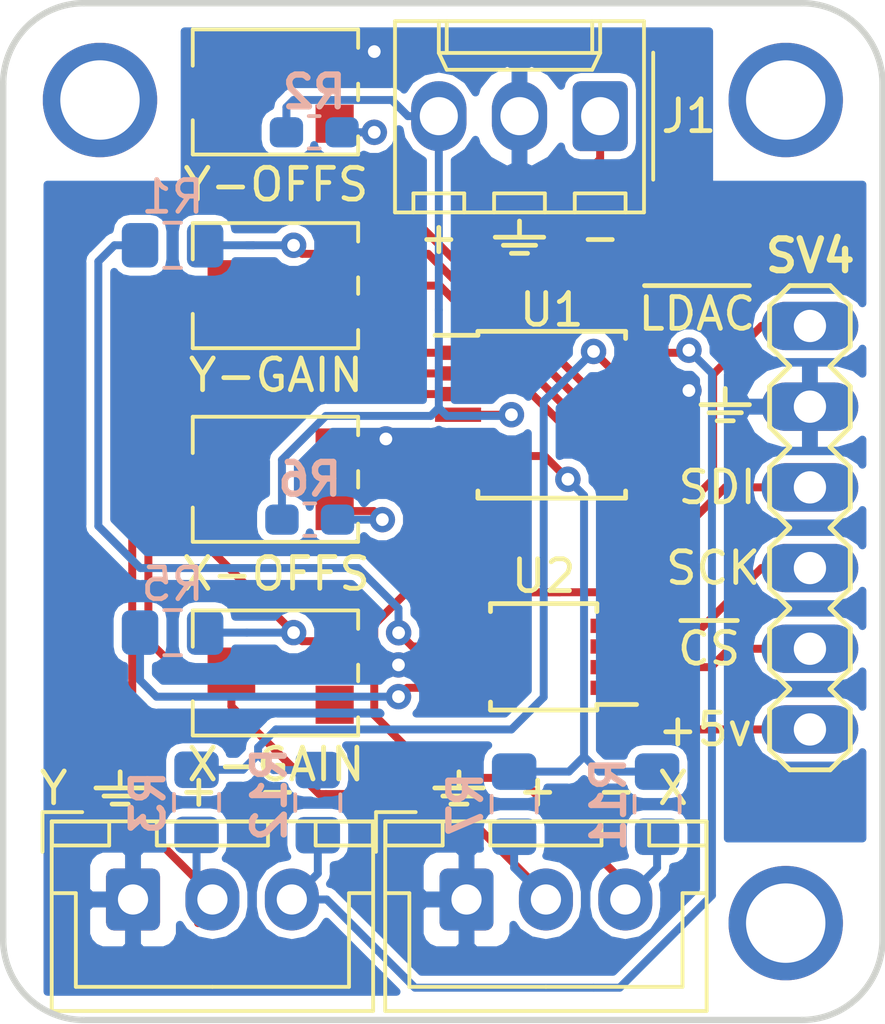
<source format=kicad_pcb>
(kicad_pcb (version 20171130) (host pcbnew "(5.0.2)-1")

  (general
    (thickness 1.6)
    (drawings 53)
    (tracks 194)
    (zones 0)
    (modules 21)
    (nets 25)
  )

  (page A4)
  (layers
    (0 Top signal)
    (31 Bottom signal)
    (32 B.Adhes user hide)
    (33 F.Adhes user hide)
    (34 B.Paste user hide)
    (35 F.Paste user hide)
    (36 B.SilkS user hide)
    (37 F.SilkS user)
    (38 B.Mask user)
    (39 F.Mask user hide)
    (40 Dwgs.User user)
    (41 Cmts.User user)
    (42 Eco1.User user)
    (43 Eco2.User user)
    (44 Edge.Cuts user)
    (45 Margin user)
    (46 B.CrtYd user hide)
    (47 F.CrtYd user hide)
    (48 B.Fab user hide)
    (49 F.Fab user hide)
  )

  (setup
    (last_trace_width 0.25)
    (trace_clearance 0.2)
    (zone_clearance 0.25)
    (zone_45_only no)
    (trace_min 0.1524)
    (segment_width 0.15)
    (edge_width 0.2)
    (via_size 0.8)
    (via_drill 0.4)
    (via_min_size 0.4)
    (via_min_drill 0.3)
    (uvia_size 0.3)
    (uvia_drill 0.1)
    (uvias_allowed no)
    (uvia_min_size 0.2)
    (uvia_min_drill 0.1)
    (pcb_text_width 0.2)
    (pcb_text_size 1 1)
    (mod_edge_width 0.2)
    (mod_text_size 1 1)
    (mod_text_width 0.2)
    (pad_size 3.6 3.6)
    (pad_drill 2.5)
    (pad_to_mask_clearance 0.05)
    (solder_mask_min_width 0.2)
    (aux_axis_origin 0 0)
    (visible_elements 7FFFFFFF)
    (pcbplotparams
      (layerselection 0x010f0_ffffffff)
      (usegerberextensions false)
      (usegerberattributes false)
      (usegerberadvancedattributes false)
      (creategerberjobfile false)
      (excludeedgelayer true)
      (linewidth 0.100000)
      (plotframeref false)
      (viasonmask false)
      (mode 1)
      (useauxorigin false)
      (hpglpennumber 1)
      (hpglpenspeed 20)
      (hpglpendiameter 15.000000)
      (psnegative false)
      (psa4output false)
      (plotreference true)
      (plotvalue true)
      (plotinvisibletext false)
      (padsonsilk false)
      (subtractmaskfromsilk false)
      (outputformat 1)
      (mirror false)
      (drillshape 0)
      (scaleselection 1)
      (outputdirectory "gerber/"))
  )

  (net 0 "")
  (net 1 GND)
  (net 2 +5V)
  (net 3 /LATCH)
  (net 4 /SDI)
  (net 5 /SCK)
  (net 6 /CS)
  (net 7 "Net-(R2-Pad2)")
  (net 8 /+V15)
  (net 9 /ILDAY+15V)
  (net 10 /ILDAY-15V)
  (net 11 /-V15)
  (net 12 "Net-(R6-Pad2)")
  (net 13 /ILDAX+15V)
  (net 14 /ILDAX-15V)
  (net 15 "Net-(Y-GAIN1-PadA)")
  (net 16 "Net-(X-GAIN1-PadA)")
  (net 17 "Net-(R1-Pad2)")
  (net 18 "Net-(R12-Pad1)")
  (net 19 "Net-(R5-Pad2)")
  (net 20 "Net-(R11-Pad1)")
  (net 21 "Net-(U1-Pad3)")
  (net 22 "Net-(U1-Pad10)")
  (net 23 "Net-(R1-Pad1)")
  (net 24 "Net-(R5-Pad1)")

  (net_class Default "Это класс цепей по умолчанию."
    (clearance 0.2)
    (trace_width 0.25)
    (via_dia 0.8)
    (via_drill 0.4)
    (uvia_dia 0.3)
    (uvia_drill 0.1)
    (add_net +5V)
    (add_net /+V15)
    (add_net /-V15)
    (add_net /CS)
    (add_net /ILDAX+15V)
    (add_net /ILDAX-15V)
    (add_net /ILDAY+15V)
    (add_net /ILDAY-15V)
    (add_net /LATCH)
    (add_net /SCK)
    (add_net /SDI)
    (add_net GND)
    (add_net "Net-(R1-Pad1)")
    (add_net "Net-(R1-Pad2)")
    (add_net "Net-(R11-Pad1)")
    (add_net "Net-(R12-Pad1)")
    (add_net "Net-(R2-Pad2)")
    (add_net "Net-(R5-Pad1)")
    (add_net "Net-(R5-Pad2)")
    (add_net "Net-(R6-Pad2)")
    (add_net "Net-(U1-Pad10)")
    (add_net "Net-(U1-Pad3)")
    (add_net "Net-(X-GAIN1-PadA)")
    (add_net "Net-(Y-GAIN1-PadA)")
  )

  (module Resistor_SMD:R_0805_2012Metric_Pad1.15x1.40mm_HandSolder (layer Bottom) (tedit 5B36C52B) (tstamp 5CA1300B)
    (at 126.746 89.408)
    (descr "Resistor SMD 0805 (2012 Metric), square (rectangular) end terminal, IPC_7351 nominal with elongated pad for handsoldering. (Body size source: https://docs.google.com/spreadsheets/d/1BsfQQcO9C6DZCsRaXUlFlo91Tg2WpOkGARC1WS5S8t0/edit?usp=sharing), generated with kicad-footprint-generator")
    (tags "resistor handsolder")
    (path /DDF01354)
    (attr smd)
    (fp_text reference R1 (at 0 -1.524) (layer B.SilkS)
      (effects (font (size 1 1) (thickness 0.15)) (justify mirror))
    )
    (fp_text value 1k (at 0 -1.65) (layer B.Fab)
      (effects (font (size 1 1) (thickness 0.15)) (justify mirror))
    )
    (fp_text user %R (at 0 0) (layer B.Fab)
      (effects (font (size 0.5 0.5) (thickness 0.08)) (justify mirror))
    )
    (fp_line (start 1.85 -0.95) (end -1.85 -0.95) (layer B.CrtYd) (width 0.05))
    (fp_line (start 1.85 0.95) (end 1.85 -0.95) (layer B.CrtYd) (width 0.05))
    (fp_line (start -1.85 0.95) (end 1.85 0.95) (layer B.CrtYd) (width 0.05))
    (fp_line (start -1.85 -0.95) (end -1.85 0.95) (layer B.CrtYd) (width 0.05))
    (fp_line (start -0.261252 -0.71) (end 0.261252 -0.71) (layer B.SilkS) (width 0.12))
    (fp_line (start -0.261252 0.71) (end 0.261252 0.71) (layer B.SilkS) (width 0.12))
    (fp_line (start 1 -0.6) (end -1 -0.6) (layer B.Fab) (width 0.1))
    (fp_line (start 1 0.6) (end 1 -0.6) (layer B.Fab) (width 0.1))
    (fp_line (start -1 0.6) (end 1 0.6) (layer B.Fab) (width 0.1))
    (fp_line (start -1 -0.6) (end -1 0.6) (layer B.Fab) (width 0.1))
    (pad 2 smd roundrect (at 1.025 0) (size 1.15 1.4) (layers Bottom B.Paste B.Mask) (roundrect_rratio 0.217391)
      (net 17 "Net-(R1-Pad2)"))
    (pad 1 smd roundrect (at -1.025 0) (size 1.15 1.4) (layers Bottom B.Paste B.Mask) (roundrect_rratio 0.217391)
      (net 23 "Net-(R1-Pad1)"))
    (model ${KISYS3DMOD}/Resistor_SMD.3dshapes/R_0805_2012Metric.wrl
      (at (xyz 0 0 0))
      (scale (xyz 1 1 1))
      (rotate (xyz 0 0 0))
    )
  )

  (module Resistor_SMD:R_0805_2012Metric_Pad1.15x1.40mm_HandSolder (layer Bottom) (tedit 5B36C52B) (tstamp 5C955E79)
    (at 126.746 101.6)
    (descr "Resistor SMD 0805 (2012 Metric), square (rectangular) end terminal, IPC_7351 nominal with elongated pad for handsoldering. (Body size source: https://docs.google.com/spreadsheets/d/1BsfQQcO9C6DZCsRaXUlFlo91Tg2WpOkGARC1WS5S8t0/edit?usp=sharing), generated with kicad-footprint-generator")
    (tags "resistor handsolder")
    (path /4373A00B)
    (attr smd)
    (fp_text reference R5 (at 0 -1.524) (layer B.SilkS)
      (effects (font (size 1 1) (thickness 0.15)) (justify mirror))
    )
    (fp_text value 1k (at 0 -1.65) (layer B.Fab)
      (effects (font (size 1 1) (thickness 0.15)) (justify mirror))
    )
    (fp_text user %R (at 0 0) (layer B.Fab)
      (effects (font (size 0.5 0.5) (thickness 0.08)) (justify mirror))
    )
    (fp_line (start 1.85 -0.95) (end -1.85 -0.95) (layer B.CrtYd) (width 0.05))
    (fp_line (start 1.85 0.95) (end 1.85 -0.95) (layer B.CrtYd) (width 0.05))
    (fp_line (start -1.85 0.95) (end 1.85 0.95) (layer B.CrtYd) (width 0.05))
    (fp_line (start -1.85 -0.95) (end -1.85 0.95) (layer B.CrtYd) (width 0.05))
    (fp_line (start -0.261252 -0.71) (end 0.261252 -0.71) (layer B.SilkS) (width 0.12))
    (fp_line (start -0.261252 0.71) (end 0.261252 0.71) (layer B.SilkS) (width 0.12))
    (fp_line (start 1 -0.6) (end -1 -0.6) (layer B.Fab) (width 0.1))
    (fp_line (start 1 0.6) (end 1 -0.6) (layer B.Fab) (width 0.1))
    (fp_line (start -1 0.6) (end 1 0.6) (layer B.Fab) (width 0.1))
    (fp_line (start -1 -0.6) (end -1 0.6) (layer B.Fab) (width 0.1))
    (pad 2 smd roundrect (at 1.025 0) (size 1.15 1.4) (layers Bottom B.Paste B.Mask) (roundrect_rratio 0.217391)
      (net 19 "Net-(R5-Pad2)"))
    (pad 1 smd roundrect (at -1.025 0) (size 1.15 1.4) (layers Bottom B.Paste B.Mask) (roundrect_rratio 0.217391)
      (net 24 "Net-(R5-Pad1)"))
    (model ${KISYS3DMOD}/Resistor_SMD.3dshapes/R_0805_2012Metric.wrl
      (at (xyz 0 0 0))
      (scale (xyz 1 1 1))
      (rotate (xyz 0 0 0))
    )
  )

  (module galvo-schematic:Potentiometer_Murata_PVS3_Vertical (layer Top) (tedit 5C9E239C) (tstamp 5C9574DB)
    (at 130.048 102.87 90)
    (descr "Potentiometer, vertical, Vishay TS53YL, https://www.vishay.com/docs/51008/ts53.pdf")
    (tags "Potentiometer vertical Vishay TS53YL")
    (path /250474DB)
    (attr smd)
    (fp_text reference X-GAIN1 (at -2.794 -0.254) (layer F.SilkS) hide
      (effects (font (size 1 1) (thickness 0.15)))
    )
    (fp_text value 10k (at 0 3.3655 90) (layer F.Fab)
      (effects (font (size 1 1) (thickness 0.15)))
    )
    (fp_line (start 0.0635 0.0635) (end 0.0635 0.6985) (layer F.Fab) (width 0.1))
    (fp_line (start 0.0635 0.6985) (end -0.0635 0.6985) (layer F.Fab) (width 0.1))
    (fp_line (start -0.0635 0.6985) (end -0.0635 0.0635) (layer F.Fab) (width 0.1))
    (fp_line (start -0.0635 0.0635) (end -0.6985 0.0635) (layer F.Fab) (width 0.1))
    (fp_line (start -0.6985 0.0635) (end -0.6985 -0.0635) (layer F.Fab) (width 0.1))
    (fp_line (start -0.6985 -0.0635) (end -0.0635 -0.0635) (layer F.Fab) (width 0.1))
    (fp_line (start -0.0635 -0.0635) (end -0.0635 -0.6985) (layer F.Fab) (width 0.1))
    (fp_line (start -0.0635 -0.6985) (end 0.0635 -0.6985) (layer F.Fab) (width 0.1))
    (fp_line (start 0.0635 -0.6985) (end 0.0635 -0.0635) (layer F.Fab) (width 0.1))
    (fp_text user %R (at 1.4605 0) (layer F.Fab)
      (effects (font (size 0.68 0.68) (thickness 0.15)))
    )
    (fp_line (start 2.032 2.6035) (end 2.032 -2.7305) (layer F.CrtYd) (width 0.05))
    (fp_line (start -2.032 2.6035) (end 2.032 2.6035) (layer F.CrtYd) (width 0.05))
    (fp_line (start -2.032 -2.7305) (end -2.032 2.6035) (layer F.CrtYd) (width 0.05))
    (fp_line (start 2.032 -2.7305) (end -2.032 -2.7305) (layer F.CrtYd) (width 0.05))
    (fp_line (start -1.397 2.54) (end -1.9685 2.54) (layer F.SilkS) (width 0.12))
    (fp_line (start 0.26 2.54) (end -0.26 2.54) (layer F.SilkS) (width 0.12))
    (fp_line (start 1.9685 2.54) (end 1.3875 2.54) (layer F.SilkS) (width 0.12))
    (fp_line (start -0.889 -2.667) (end -1.9685 -2.667) (layer F.SilkS) (width 0.12))
    (fp_line (start 1.9685 -2.667) (end 0.8255 -2.667) (layer F.SilkS) (width 0.12))
    (fp_line (start -1.9685 -2.667) (end -1.9685 2.54) (layer F.SilkS) (width 0.12))
    (fp_line (start 1.9685 -2.667) (end 1.9685 2.54) (layer F.SilkS) (width 0.12))
    (fp_line (start -0.058 -0.92) (end 0.058 -0.92) (layer F.Fab) (width 0.1))
    (fp_line (start 0.6985 0.0635) (end 0.0635 0.0635) (layer F.Fab) (width 0.1))
    (fp_line (start 0.6985 -0.0635) (end 0.6985 0.0635) (layer F.Fab) (width 0.1))
    (fp_line (start 0.0635 -0.0635) (end 0.6985 -0.0635) (layer F.Fab) (width 0.1))
    (fp_line (start 1.9685 2.54) (end 1.9685 -2.667) (layer F.Fab) (width 0.1))
    (fp_line (start -1.9685 2.54) (end 1.9685 2.54) (layer F.Fab) (width 0.1))
    (fp_line (start -1.9685 -2.667) (end -1.9685 2.54) (layer F.Fab) (width 0.1))
    (fp_line (start 1.9685 -2.667) (end -1.9685 -2.667) (layer F.Fab) (width 0.1))
    (fp_circle (center 0 0) (end 0.9 0) (layer F.Fab) (width 0.1))
    (pad A smd rect (at -1 1.8 90) (size 1.2 1.2) (layers Top F.Paste F.Mask)
      (net 16 "Net-(X-GAIN1-PadA)"))
    (pad S smd rect (at 0 -1.45 90) (size 1.6 1.5) (layers Top F.Paste F.Mask)
      (net 13 /ILDAX+15V))
    (pad E smd rect (at 1 1.8 90) (size 1.2 1.2) (layers Top F.Paste F.Mask)
      (net 19 "Net-(R5-Pad2)"))
    (model ${KIPRJMOD}/3d/TC-33X-2.STEP
      (at (xyz 0 0 0))
      (scale (xyz 1 1 1))
      (rotate (xyz -90 0 0))
    )
  )

  (module galvo-schematic:Potentiometer_Murata_PVS3_Vertical (layer Top) (tedit 5C9E23E7) (tstamp 5CA1F69F)
    (at 130.048 90.678 90)
    (descr "Potentiometer, vertical, Vishay TS53YL, https://www.vishay.com/docs/51008/ts53.pdf")
    (tags "Potentiometer vertical Vishay TS53YL")
    (path /A7E1DF8A)
    (attr smd)
    (fp_text reference Y-GAIN1 (at -2.794 -0.254 180) (layer F.SilkS) hide
      (effects (font (size 1 1) (thickness 0.15)))
    )
    (fp_text value 10k (at 0 3.3655 90) (layer F.Fab)
      (effects (font (size 1 1) (thickness 0.15)))
    )
    (fp_line (start 0.0635 0.0635) (end 0.0635 0.6985) (layer F.Fab) (width 0.1))
    (fp_line (start 0.0635 0.6985) (end -0.0635 0.6985) (layer F.Fab) (width 0.1))
    (fp_line (start -0.0635 0.6985) (end -0.0635 0.0635) (layer F.Fab) (width 0.1))
    (fp_line (start -0.0635 0.0635) (end -0.6985 0.0635) (layer F.Fab) (width 0.1))
    (fp_line (start -0.6985 0.0635) (end -0.6985 -0.0635) (layer F.Fab) (width 0.1))
    (fp_line (start -0.6985 -0.0635) (end -0.0635 -0.0635) (layer F.Fab) (width 0.1))
    (fp_line (start -0.0635 -0.0635) (end -0.0635 -0.6985) (layer F.Fab) (width 0.1))
    (fp_line (start -0.0635 -0.6985) (end 0.0635 -0.6985) (layer F.Fab) (width 0.1))
    (fp_line (start 0.0635 -0.6985) (end 0.0635 -0.0635) (layer F.Fab) (width 0.1))
    (fp_text user %R (at 1.4605 0) (layer F.Fab)
      (effects (font (size 0.68 0.68) (thickness 0.15)))
    )
    (fp_line (start 2.032 2.6035) (end 2.032 -2.7305) (layer F.CrtYd) (width 0.05))
    (fp_line (start -2.032 2.6035) (end 2.032 2.6035) (layer F.CrtYd) (width 0.05))
    (fp_line (start -2.032 -2.7305) (end -2.032 2.6035) (layer F.CrtYd) (width 0.05))
    (fp_line (start 2.032 -2.7305) (end -2.032 -2.7305) (layer F.CrtYd) (width 0.05))
    (fp_line (start -1.397 2.54) (end -1.9685 2.54) (layer F.SilkS) (width 0.12))
    (fp_line (start 0.26 2.54) (end -0.26 2.54) (layer F.SilkS) (width 0.12))
    (fp_line (start 1.9685 2.54) (end 1.3875 2.54) (layer F.SilkS) (width 0.12))
    (fp_line (start -0.889 -2.667) (end -1.9685 -2.667) (layer F.SilkS) (width 0.12))
    (fp_line (start 1.9685 -2.667) (end 0.8255 -2.667) (layer F.SilkS) (width 0.12))
    (fp_line (start -1.9685 -2.667) (end -1.9685 2.54) (layer F.SilkS) (width 0.12))
    (fp_line (start 1.9685 -2.667) (end 1.9685 2.54) (layer F.SilkS) (width 0.12))
    (fp_line (start -0.058 -0.92) (end 0.058 -0.92) (layer F.Fab) (width 0.1))
    (fp_line (start 0.6985 0.0635) (end 0.0635 0.0635) (layer F.Fab) (width 0.1))
    (fp_line (start 0.6985 -0.0635) (end 0.6985 0.0635) (layer F.Fab) (width 0.1))
    (fp_line (start 0.0635 -0.0635) (end 0.6985 -0.0635) (layer F.Fab) (width 0.1))
    (fp_line (start 1.9685 2.54) (end 1.9685 -2.667) (layer F.Fab) (width 0.1))
    (fp_line (start -1.9685 2.54) (end 1.9685 2.54) (layer F.Fab) (width 0.1))
    (fp_line (start -1.9685 -2.667) (end -1.9685 2.54) (layer F.Fab) (width 0.1))
    (fp_line (start 1.9685 -2.667) (end -1.9685 -2.667) (layer F.Fab) (width 0.1))
    (fp_circle (center 0 0) (end 0.9 0) (layer F.Fab) (width 0.1))
    (pad A smd rect (at -1 1.8 90) (size 1.2 1.2) (layers Top F.Paste F.Mask)
      (net 15 "Net-(Y-GAIN1-PadA)"))
    (pad S smd rect (at 0 -1.45 90) (size 1.6 1.5) (layers Top F.Paste F.Mask)
      (net 9 /ILDAY+15V))
    (pad E smd rect (at 1 1.8 90) (size 1.2 1.2) (layers Top F.Paste F.Mask)
      (net 17 "Net-(R1-Pad2)"))
    (model ${KIPRJMOD}/3d/TC-33X-2.STEP
      (at (xyz 0 0 0))
      (scale (xyz 1 1 1))
      (rotate (xyz -90 0 0))
    )
  )

  (module galvo-schematic:Potentiometer_Murata_PVS3_Vertical (layer Top) (tedit 5C9E23ED) (tstamp 5C952D4A)
    (at 130.048 96.774 90)
    (descr "Potentiometer, vertical, Vishay TS53YL, https://www.vishay.com/docs/51008/ts53.pdf")
    (tags "Potentiometer vertical Vishay TS53YL")
    (path /4EE77E4A)
    (attr smd)
    (fp_text reference X-OFFS1 (at -2.794 0 180) (layer F.SilkS) hide
      (effects (font (size 1 1) (thickness 0.15)))
    )
    (fp_text value 10k (at 0 3.3655 90) (layer F.Fab)
      (effects (font (size 1 1) (thickness 0.15)))
    )
    (fp_line (start 0.0635 0.0635) (end 0.0635 0.6985) (layer F.Fab) (width 0.1))
    (fp_line (start 0.0635 0.6985) (end -0.0635 0.6985) (layer F.Fab) (width 0.1))
    (fp_line (start -0.0635 0.6985) (end -0.0635 0.0635) (layer F.Fab) (width 0.1))
    (fp_line (start -0.0635 0.0635) (end -0.6985 0.0635) (layer F.Fab) (width 0.1))
    (fp_line (start -0.6985 0.0635) (end -0.6985 -0.0635) (layer F.Fab) (width 0.1))
    (fp_line (start -0.6985 -0.0635) (end -0.0635 -0.0635) (layer F.Fab) (width 0.1))
    (fp_line (start -0.0635 -0.0635) (end -0.0635 -0.6985) (layer F.Fab) (width 0.1))
    (fp_line (start -0.0635 -0.6985) (end 0.0635 -0.6985) (layer F.Fab) (width 0.1))
    (fp_line (start 0.0635 -0.6985) (end 0.0635 -0.0635) (layer F.Fab) (width 0.1))
    (fp_text user %R (at 1.4605 0) (layer F.Fab)
      (effects (font (size 0.68 0.68) (thickness 0.15)))
    )
    (fp_line (start 2.032 2.6035) (end 2.032 -2.7305) (layer F.CrtYd) (width 0.05))
    (fp_line (start -2.032 2.6035) (end 2.032 2.6035) (layer F.CrtYd) (width 0.05))
    (fp_line (start -2.032 -2.7305) (end -2.032 2.6035) (layer F.CrtYd) (width 0.05))
    (fp_line (start 2.032 -2.7305) (end -2.032 -2.7305) (layer F.CrtYd) (width 0.05))
    (fp_line (start -1.397 2.54) (end -1.9685 2.54) (layer F.SilkS) (width 0.12))
    (fp_line (start 0.26 2.54) (end -0.26 2.54) (layer F.SilkS) (width 0.12))
    (fp_line (start 1.9685 2.54) (end 1.3875 2.54) (layer F.SilkS) (width 0.12))
    (fp_line (start -0.889 -2.667) (end -1.9685 -2.667) (layer F.SilkS) (width 0.12))
    (fp_line (start 1.9685 -2.667) (end 0.8255 -2.667) (layer F.SilkS) (width 0.12))
    (fp_line (start -1.9685 -2.667) (end -1.9685 2.54) (layer F.SilkS) (width 0.12))
    (fp_line (start 1.9685 -2.667) (end 1.9685 2.54) (layer F.SilkS) (width 0.12))
    (fp_line (start -0.058 -0.92) (end 0.058 -0.92) (layer F.Fab) (width 0.1))
    (fp_line (start 0.6985 0.0635) (end 0.0635 0.0635) (layer F.Fab) (width 0.1))
    (fp_line (start 0.6985 -0.0635) (end 0.6985 0.0635) (layer F.Fab) (width 0.1))
    (fp_line (start 0.0635 -0.0635) (end 0.6985 -0.0635) (layer F.Fab) (width 0.1))
    (fp_line (start 1.9685 2.54) (end 1.9685 -2.667) (layer F.Fab) (width 0.1))
    (fp_line (start -1.9685 2.54) (end 1.9685 2.54) (layer F.Fab) (width 0.1))
    (fp_line (start -1.9685 -2.667) (end -1.9685 2.54) (layer F.Fab) (width 0.1))
    (fp_line (start 1.9685 -2.667) (end -1.9685 -2.667) (layer F.Fab) (width 0.1))
    (fp_circle (center 0 0) (end 0.9 0) (layer F.Fab) (width 0.1))
    (pad A smd rect (at -1 1.8 90) (size 1.2 1.2) (layers Top F.Paste F.Mask)
      (net 12 "Net-(R6-Pad2)"))
    (pad S smd rect (at 0 -1.45 90) (size 1.6 1.5) (layers Top F.Paste F.Mask)
      (net 21 "Net-(U1-Pad3)"))
    (pad E smd rect (at 1 1.8 90) (size 1.2 1.2) (layers Top F.Paste F.Mask)
      (net 1 GND))
    (model ${KIPRJMOD}/3d/TC-33X-2.STEP
      (at (xyz 0 0 0))
      (scale (xyz 1 1 1))
      (rotate (xyz -90 0 0))
    )
  )

  (module galvo-schematic:Potentiometer_Murata_PVS3_Vertical (layer Top) (tedit 5C9E23D8) (tstamp 5C952D6F)
    (at 130.048 84.582 90)
    (descr "Potentiometer, vertical, Vishay TS53YL, https://www.vishay.com/docs/51008/ts53.pdf")
    (tags "Potentiometer vertical Vishay TS53YL")
    (path /E3A23A97)
    (attr smd)
    (fp_text reference Y-OFFS1 (at -2.794 0) (layer F.SilkS) hide
      (effects (font (size 1 1) (thickness 0.15)))
    )
    (fp_text value 10k (at 0 3.3655 90) (layer F.Fab)
      (effects (font (size 1 1) (thickness 0.15)))
    )
    (fp_line (start 0.0635 0.0635) (end 0.0635 0.6985) (layer F.Fab) (width 0.1))
    (fp_line (start 0.0635 0.6985) (end -0.0635 0.6985) (layer F.Fab) (width 0.1))
    (fp_line (start -0.0635 0.6985) (end -0.0635 0.0635) (layer F.Fab) (width 0.1))
    (fp_line (start -0.0635 0.0635) (end -0.6985 0.0635) (layer F.Fab) (width 0.1))
    (fp_line (start -0.6985 0.0635) (end -0.6985 -0.0635) (layer F.Fab) (width 0.1))
    (fp_line (start -0.6985 -0.0635) (end -0.0635 -0.0635) (layer F.Fab) (width 0.1))
    (fp_line (start -0.0635 -0.0635) (end -0.0635 -0.6985) (layer F.Fab) (width 0.1))
    (fp_line (start -0.0635 -0.6985) (end 0.0635 -0.6985) (layer F.Fab) (width 0.1))
    (fp_line (start 0.0635 -0.6985) (end 0.0635 -0.0635) (layer F.Fab) (width 0.1))
    (fp_text user %R (at 1.4605 0) (layer F.Fab)
      (effects (font (size 0.68 0.68) (thickness 0.15)))
    )
    (fp_line (start 2.032 2.6035) (end 2.032 -2.7305) (layer F.CrtYd) (width 0.05))
    (fp_line (start -2.032 2.6035) (end 2.032 2.6035) (layer F.CrtYd) (width 0.05))
    (fp_line (start -2.032 -2.7305) (end -2.032 2.6035) (layer F.CrtYd) (width 0.05))
    (fp_line (start 2.032 -2.7305) (end -2.032 -2.7305) (layer F.CrtYd) (width 0.05))
    (fp_line (start -1.397 2.54) (end -1.9685 2.54) (layer F.SilkS) (width 0.12))
    (fp_line (start 0.26 2.54) (end -0.26 2.54) (layer F.SilkS) (width 0.12))
    (fp_line (start 1.9685 2.54) (end 1.3875 2.54) (layer F.SilkS) (width 0.12))
    (fp_line (start -0.889 -2.667) (end -1.9685 -2.667) (layer F.SilkS) (width 0.12))
    (fp_line (start 1.9685 -2.667) (end 0.8255 -2.667) (layer F.SilkS) (width 0.12))
    (fp_line (start -1.9685 -2.667) (end -1.9685 2.54) (layer F.SilkS) (width 0.12))
    (fp_line (start 1.9685 -2.667) (end 1.9685 2.54) (layer F.SilkS) (width 0.12))
    (fp_line (start -0.058 -0.92) (end 0.058 -0.92) (layer F.Fab) (width 0.1))
    (fp_line (start 0.6985 0.0635) (end 0.0635 0.0635) (layer F.Fab) (width 0.1))
    (fp_line (start 0.6985 -0.0635) (end 0.6985 0.0635) (layer F.Fab) (width 0.1))
    (fp_line (start 0.0635 -0.0635) (end 0.6985 -0.0635) (layer F.Fab) (width 0.1))
    (fp_line (start 1.9685 2.54) (end 1.9685 -2.667) (layer F.Fab) (width 0.1))
    (fp_line (start -1.9685 2.54) (end 1.9685 2.54) (layer F.Fab) (width 0.1))
    (fp_line (start -1.9685 -2.667) (end -1.9685 2.54) (layer F.Fab) (width 0.1))
    (fp_line (start 1.9685 -2.667) (end -1.9685 -2.667) (layer F.Fab) (width 0.1))
    (fp_circle (center 0 0) (end 0.9 0) (layer F.Fab) (width 0.1))
    (pad A smd rect (at -1 1.8 90) (size 1.2 1.2) (layers Top F.Paste F.Mask)
      (net 7 "Net-(R2-Pad2)"))
    (pad S smd rect (at 0 -1.45 90) (size 1.6 1.5) (layers Top F.Paste F.Mask)
      (net 22 "Net-(U1-Pad10)"))
    (pad E smd rect (at 1 1.8 90) (size 1.2 1.2) (layers Top F.Paste F.Mask)
      (net 1 GND))
    (model ${KIPRJMOD}/3d/TC-33X-2.STEP
      (at (xyz 0 0 0))
      (scale (xyz 1 1 1))
      (rotate (xyz -90 0 0))
    )
  )

  (module Resistor_SMD:R_0603_1608Metric_Pad1.05x0.95mm_HandSolder (layer Bottom) (tedit 5B301BBD) (tstamp 5CA11D98)
    (at 131.205 85.852)
    (descr "Resistor SMD 0603 (1608 Metric), square (rectangular) end terminal, IPC_7351 nominal with elongated pad for handsoldering. (Body size source: http://www.tortai-tech.com/upload/download/2011102023233369053.pdf), generated with kicad-footprint-generator")
    (tags "resistor handsolder")
    (path /5A80CFA9)
    (attr smd)
    (fp_text reference R2 (at 0 -1.27) (layer B.SilkS)
      (effects (font (size 1 1) (thickness 0.2)) (justify mirror))
    )
    (fp_text value 47k (at 0 -1.43) (layer B.Fab)
      (effects (font (size 1 1) (thickness 0.2)) (justify mirror))
    )
    (fp_text user %R (at 0 0) (layer B.Fab)
      (effects (font (size 1 1) (thickness 0.2)) (justify mirror))
    )
    (fp_line (start 1.65 -0.73) (end -1.65 -0.73) (layer B.CrtYd) (width 0.05))
    (fp_line (start 1.65 0.73) (end 1.65 -0.73) (layer B.CrtYd) (width 0.05))
    (fp_line (start -1.65 0.73) (end 1.65 0.73) (layer B.CrtYd) (width 0.05))
    (fp_line (start -1.65 -0.73) (end -1.65 0.73) (layer B.CrtYd) (width 0.05))
    (fp_line (start -0.171267 -0.51) (end 0.171267 -0.51) (layer B.SilkS) (width 0.12))
    (fp_line (start -0.171267 0.51) (end 0.171267 0.51) (layer B.SilkS) (width 0.12))
    (fp_line (start 0.8 -0.4) (end -0.8 -0.4) (layer B.Fab) (width 0.1))
    (fp_line (start 0.8 0.4) (end 0.8 -0.4) (layer B.Fab) (width 0.1))
    (fp_line (start -0.8 0.4) (end 0.8 0.4) (layer B.Fab) (width 0.1))
    (fp_line (start -0.8 -0.4) (end -0.8 0.4) (layer B.Fab) (width 0.1))
    (pad 2 smd roundrect (at 0.875 0) (size 1.05 0.95) (layers Bottom B.Paste B.Mask) (roundrect_rratio 0.25)
      (net 7 "Net-(R2-Pad2)"))
    (pad 1 smd roundrect (at -0.875 0) (size 1.05 0.95) (layers Bottom B.Paste B.Mask) (roundrect_rratio 0.25)
      (net 8 /+V15))
    (model ${KISYS3DMOD}/Resistor_SMD.3dshapes/R_0603_1608Metric.wrl
      (at (xyz 0 0 0))
      (scale (xyz 1 1 1))
      (rotate (xyz 0 0 0))
    )
  )

  (module Connector_Molex:Molex_KK-254_AE-6410-03A_1x03_P2.54mm_Vertical (layer Top) (tedit 5B78013E) (tstamp 5C95314D)
    (at 140.208 85.344 180)
    (descr "Molex KK-254 Interconnect System, old/engineering part number: AE-6410-03A example for new part number: 22-27-2031, 3 Pins (http://www.molex.com/pdm_docs/sd/022272021_sd.pdf), generated with kicad-footprint-generator")
    (tags "connector Molex KK-254 side entry")
    (path /449C7C68)
    (fp_text reference J1 (at -2.792 0 180) (layer F.SilkS)
      (effects (font (size 1 1) (thickness 0.15)))
    )
    (fp_text value 0022272031 (at 2.54 4.08 180) (layer F.Fab)
      (effects (font (size 1 1) (thickness 0.15)))
    )
    (fp_line (start -1.27 -2.92) (end -1.27 2.88) (layer F.Fab) (width 0.1))
    (fp_line (start -1.27 2.88) (end 6.35 2.88) (layer F.Fab) (width 0.1))
    (fp_line (start 6.35 2.88) (end 6.35 -2.92) (layer F.Fab) (width 0.1))
    (fp_line (start 6.35 -2.92) (end -1.27 -2.92) (layer F.Fab) (width 0.1))
    (fp_line (start -1.38 -3.03) (end -1.38 2.99) (layer F.SilkS) (width 0.12))
    (fp_line (start -1.38 2.99) (end 6.46 2.99) (layer F.SilkS) (width 0.12))
    (fp_line (start 6.46 2.99) (end 6.46 -3.03) (layer F.SilkS) (width 0.12))
    (fp_line (start 6.46 -3.03) (end -1.38 -3.03) (layer F.SilkS) (width 0.12))
    (fp_line (start -1.67 -2) (end -1.67 2) (layer F.SilkS) (width 0.12))
    (fp_line (start -1.27 -0.5) (end -0.562893 0) (layer F.Fab) (width 0.1))
    (fp_line (start -0.562893 0) (end -1.27 0.5) (layer F.Fab) (width 0.1))
    (fp_line (start 0 2.99) (end 0 1.99) (layer F.SilkS) (width 0.12))
    (fp_line (start 0 1.99) (end 5.08 1.99) (layer F.SilkS) (width 0.12))
    (fp_line (start 5.08 1.99) (end 5.08 2.99) (layer F.SilkS) (width 0.12))
    (fp_line (start 0 1.99) (end 0.25 1.46) (layer F.SilkS) (width 0.12))
    (fp_line (start 0.25 1.46) (end 4.83 1.46) (layer F.SilkS) (width 0.12))
    (fp_line (start 4.83 1.46) (end 5.08 1.99) (layer F.SilkS) (width 0.12))
    (fp_line (start 0.25 2.99) (end 0.25 1.99) (layer F.SilkS) (width 0.12))
    (fp_line (start 4.83 2.99) (end 4.83 1.99) (layer F.SilkS) (width 0.12))
    (fp_line (start -0.8 -3.03) (end -0.8 -2.43) (layer F.SilkS) (width 0.12))
    (fp_line (start -0.8 -2.43) (end 0.8 -2.43) (layer F.SilkS) (width 0.12))
    (fp_line (start 0.8 -2.43) (end 0.8 -3.03) (layer F.SilkS) (width 0.12))
    (fp_line (start 1.74 -3.03) (end 1.74 -2.43) (layer F.SilkS) (width 0.12))
    (fp_line (start 1.74 -2.43) (end 3.34 -2.43) (layer F.SilkS) (width 0.12))
    (fp_line (start 3.34 -2.43) (end 3.34 -3.03) (layer F.SilkS) (width 0.12))
    (fp_line (start 4.28 -3.03) (end 4.28 -2.43) (layer F.SilkS) (width 0.12))
    (fp_line (start 4.28 -2.43) (end 5.88 -2.43) (layer F.SilkS) (width 0.12))
    (fp_line (start 5.88 -2.43) (end 5.88 -3.03) (layer F.SilkS) (width 0.12))
    (fp_line (start -1.77 -3.42) (end -1.77 3.38) (layer F.CrtYd) (width 0.05))
    (fp_line (start -1.77 3.38) (end 6.85 3.38) (layer F.CrtYd) (width 0.05))
    (fp_line (start 6.85 3.38) (end 6.85 -3.42) (layer F.CrtYd) (width 0.05))
    (fp_line (start 6.85 -3.42) (end -1.77 -3.42) (layer F.CrtYd) (width 0.05))
    (fp_text user %R (at 2.54 -2.22 180) (layer F.Fab)
      (effects (font (size 1 1) (thickness 0.15)))
    )
    (pad 1 thru_hole roundrect (at 0 0 180) (size 1.74 2.2) (drill 1.2) (layers *.Cu *.Mask) (roundrect_rratio 0.143678)
      (net 11 /-V15))
    (pad 2 thru_hole oval (at 2.54 0 180) (size 1.74 2.2) (drill 1.2) (layers *.Cu *.Mask)
      (net 1 GND))
    (pad 3 thru_hole oval (at 5.08 0 180) (size 1.74 2.2) (drill 1.2) (layers *.Cu *.Mask)
      (net 8 /+V15))
    (model ${KISYS3DMOD}/Connector_Molex.3dshapes/Molex_KK-254_AE-6410-03A_1x03_P2.54mm_Vertical.wrl
      (at (xyz 0 0 0))
      (scale (xyz 1 1 1))
      (rotate (xyz 0 0 0))
    )
  )

  (module Connector_JST:JST_XH_B03B-XH-A_1x03_P2.50mm_Vertical (layer Top) (tedit 5CA0772C) (tstamp 5CA07D79)
    (at 136 110)
    (descr "JST XH series connector, B03B-XH-A (http://www.jst-mfg.com/product/pdf/eng/eXH.pdf), generated with kicad-footprint-generator")
    (tags "connector JST XH side entry")
    (path /EE6A8C5B)
    (fp_text reference X2 (at -2.54 4.318) (layer F.SilkS) hide
      (effects (font (size 1 1) (thickness 0.15)))
    )
    (fp_text value JST-XH-03-PIN-ROUND-PAD (at 2.5 4.6) (layer F.Fab)
      (effects (font (size 1 1) (thickness 0.15)))
    )
    (fp_line (start -2.45 -2.35) (end -2.45 3.4) (layer F.Fab) (width 0.1))
    (fp_line (start -2.45 3.4) (end 7.45 3.4) (layer F.Fab) (width 0.1))
    (fp_line (start 7.45 3.4) (end 7.45 -2.35) (layer F.Fab) (width 0.1))
    (fp_line (start 7.45 -2.35) (end -2.45 -2.35) (layer F.Fab) (width 0.1))
    (fp_line (start -2.56 -2.46) (end -2.56 3.51) (layer F.SilkS) (width 0.12))
    (fp_line (start -2.56 3.51) (end 7.56 3.51) (layer F.SilkS) (width 0.12))
    (fp_line (start 7.56 3.51) (end 7.56 -2.46) (layer F.SilkS) (width 0.12))
    (fp_line (start 7.56 -2.46) (end -2.56 -2.46) (layer F.SilkS) (width 0.12))
    (fp_line (start -2.95 -2.85) (end -2.95 3.9) (layer F.CrtYd) (width 0.05))
    (fp_line (start -2.95 3.9) (end 7.95 3.9) (layer F.CrtYd) (width 0.05))
    (fp_line (start 7.95 3.9) (end 7.95 -2.85) (layer F.CrtYd) (width 0.05))
    (fp_line (start 7.95 -2.85) (end -2.95 -2.85) (layer F.CrtYd) (width 0.05))
    (fp_line (start -0.625 -2.35) (end 0 -1.35) (layer F.Fab) (width 0.1))
    (fp_line (start 0 -1.35) (end 0.625 -2.35) (layer F.Fab) (width 0.1))
    (fp_line (start 0.75 -2.45) (end 0.75 -1.7) (layer F.SilkS) (width 0.12))
    (fp_line (start 0.75 -1.7) (end 4.25 -1.7) (layer F.SilkS) (width 0.12))
    (fp_line (start 4.25 -1.7) (end 4.25 -2.45) (layer F.SilkS) (width 0.12))
    (fp_line (start 4.25 -2.45) (end 0.75 -2.45) (layer F.SilkS) (width 0.12))
    (fp_line (start -2.55 -2.45) (end -2.55 -1.7) (layer F.SilkS) (width 0.12))
    (fp_line (start -2.55 -1.7) (end -0.75 -1.7) (layer F.SilkS) (width 0.12))
    (fp_line (start -0.75 -1.7) (end -0.75 -2.45) (layer F.SilkS) (width 0.12))
    (fp_line (start -0.75 -2.45) (end -2.55 -2.45) (layer F.SilkS) (width 0.12))
    (fp_line (start 5.75 -2.45) (end 5.75 -1.7) (layer F.SilkS) (width 0.12))
    (fp_line (start 5.75 -1.7) (end 7.55 -1.7) (layer F.SilkS) (width 0.12))
    (fp_line (start 7.55 -1.7) (end 7.55 -2.45) (layer F.SilkS) (width 0.12))
    (fp_line (start 7.55 -2.45) (end 5.75 -2.45) (layer F.SilkS) (width 0.12))
    (fp_line (start -2.55 -0.2) (end -1.8 -0.2) (layer F.SilkS) (width 0.12))
    (fp_line (start -1.8 -0.2) (end -1.8 2.75) (layer F.SilkS) (width 0.12))
    (fp_line (start -1.8 2.75) (end 2.5 2.75) (layer F.SilkS) (width 0.12))
    (fp_line (start 7.55 -0.2) (end 6.8 -0.2) (layer F.SilkS) (width 0.12))
    (fp_line (start 6.8 -0.2) (end 6.8 2.75) (layer F.SilkS) (width 0.12))
    (fp_line (start 6.8 2.75) (end 2.5 2.75) (layer F.SilkS) (width 0.12))
    (fp_line (start -1.6 -2.75) (end -2.85 -2.75) (layer F.SilkS) (width 0.12))
    (fp_line (start -2.85 -2.75) (end -2.85 -1.5) (layer F.SilkS) (width 0.12))
    (fp_text user %R (at 2.5 2.7) (layer F.Fab)
      (effects (font (size 1 1) (thickness 0.15)))
    )
    (pad 1 thru_hole roundrect (at 0 0) (size 1.7 1.95) (drill 0.95) (layers *.Cu *.Mask) (roundrect_rratio 0.147059)
      (net 1 GND))
    (pad 2 thru_hole oval (at 2.5 0) (size 1.7 1.95) (drill 0.95) (layers *.Cu *.Mask)
      (net 13 /ILDAX+15V))
    (pad 3 thru_hole oval (at 5 0) (size 1.7 1.95) (drill 0.95) (layers *.Cu *.Mask)
      (net 14 /ILDAX-15V))
    (model ${KISYS3DMOD}/Connector_JST.3dshapes/JST_XH_B03B-XH-A_1x03_P2.50mm_Vertical.wrl
      (at (xyz 0 0 0))
      (scale (xyz 1 1 1))
      (rotate (xyz 0 0 0))
    )
  )

  (module Connector_JST:JST_XH_B03B-XH-A_1x03_P2.50mm_Vertical (layer Top) (tedit 5CA07749) (tstamp 5CA07FE0)
    (at 125.5 110)
    (descr "JST XH series connector, B03B-XH-A (http://www.jst-mfg.com/product/pdf/eng/eXH.pdf), generated with kicad-footprint-generator")
    (tags "connector JST XH side entry")
    (path /D0EFEB30)
    (fp_text reference X3 (at 7.112 4.318) (layer F.SilkS) hide
      (effects (font (size 1 1) (thickness 0.15)))
    )
    (fp_text value JST-XH-03-PIN-ROUND-PAD (at 2.5 4.6) (layer F.Fab)
      (effects (font (size 1 1) (thickness 0.15)))
    )
    (fp_text user %R (at 2.5 2.7) (layer F.Fab)
      (effects (font (size 1 1) (thickness 0.15)))
    )
    (fp_line (start -2.85 -2.75) (end -2.85 -1.5) (layer F.SilkS) (width 0.12))
    (fp_line (start -1.6 -2.75) (end -2.85 -2.75) (layer F.SilkS) (width 0.12))
    (fp_line (start 6.8 2.75) (end 2.5 2.75) (layer F.SilkS) (width 0.12))
    (fp_line (start 6.8 -0.2) (end 6.8 2.75) (layer F.SilkS) (width 0.12))
    (fp_line (start 7.55 -0.2) (end 6.8 -0.2) (layer F.SilkS) (width 0.12))
    (fp_line (start -1.8 2.75) (end 2.5 2.75) (layer F.SilkS) (width 0.12))
    (fp_line (start -1.8 -0.2) (end -1.8 2.75) (layer F.SilkS) (width 0.12))
    (fp_line (start -2.55 -0.2) (end -1.8 -0.2) (layer F.SilkS) (width 0.12))
    (fp_line (start 7.55 -2.45) (end 5.75 -2.45) (layer F.SilkS) (width 0.12))
    (fp_line (start 7.55 -1.7) (end 7.55 -2.45) (layer F.SilkS) (width 0.12))
    (fp_line (start 5.75 -1.7) (end 7.55 -1.7) (layer F.SilkS) (width 0.12))
    (fp_line (start 5.75 -2.45) (end 5.75 -1.7) (layer F.SilkS) (width 0.12))
    (fp_line (start -0.75 -2.45) (end -2.55 -2.45) (layer F.SilkS) (width 0.12))
    (fp_line (start -0.75 -1.7) (end -0.75 -2.45) (layer F.SilkS) (width 0.12))
    (fp_line (start -2.55 -1.7) (end -0.75 -1.7) (layer F.SilkS) (width 0.12))
    (fp_line (start -2.55 -2.45) (end -2.55 -1.7) (layer F.SilkS) (width 0.12))
    (fp_line (start 4.25 -2.45) (end 0.75 -2.45) (layer F.SilkS) (width 0.12))
    (fp_line (start 4.25 -1.7) (end 4.25 -2.45) (layer F.SilkS) (width 0.12))
    (fp_line (start 0.75 -1.7) (end 4.25 -1.7) (layer F.SilkS) (width 0.12))
    (fp_line (start 0.75 -2.45) (end 0.75 -1.7) (layer F.SilkS) (width 0.12))
    (fp_line (start 0 -1.35) (end 0.625 -2.35) (layer F.Fab) (width 0.1))
    (fp_line (start -0.625 -2.35) (end 0 -1.35) (layer F.Fab) (width 0.1))
    (fp_line (start 7.95 -2.85) (end -2.95 -2.85) (layer F.CrtYd) (width 0.05))
    (fp_line (start 7.95 3.9) (end 7.95 -2.85) (layer F.CrtYd) (width 0.05))
    (fp_line (start -2.95 3.9) (end 7.95 3.9) (layer F.CrtYd) (width 0.05))
    (fp_line (start -2.95 -2.85) (end -2.95 3.9) (layer F.CrtYd) (width 0.05))
    (fp_line (start 7.56 -2.46) (end -2.56 -2.46) (layer F.SilkS) (width 0.12))
    (fp_line (start 7.56 3.51) (end 7.56 -2.46) (layer F.SilkS) (width 0.12))
    (fp_line (start -2.56 3.51) (end 7.56 3.51) (layer F.SilkS) (width 0.12))
    (fp_line (start -2.56 -2.46) (end -2.56 3.51) (layer F.SilkS) (width 0.12))
    (fp_line (start 7.45 -2.35) (end -2.45 -2.35) (layer F.Fab) (width 0.1))
    (fp_line (start 7.45 3.4) (end 7.45 -2.35) (layer F.Fab) (width 0.1))
    (fp_line (start -2.45 3.4) (end 7.45 3.4) (layer F.Fab) (width 0.1))
    (fp_line (start -2.45 -2.35) (end -2.45 3.4) (layer F.Fab) (width 0.1))
    (pad 3 thru_hole oval (at 5 0) (size 1.7 1.95) (drill 0.95) (layers *.Cu *.Mask)
      (net 10 /ILDAY-15V))
    (pad 2 thru_hole oval (at 2.5 0) (size 1.7 1.95) (drill 0.95) (layers *.Cu *.Mask)
      (net 9 /ILDAY+15V))
    (pad 1 thru_hole roundrect (at 0 0) (size 1.7 1.95) (drill 0.95) (layers *.Cu *.Mask) (roundrect_rratio 0.147059)
      (net 1 GND))
    (model ${KISYS3DMOD}/Connector_JST.3dshapes/JST_XH_B03B-XH-A_1x03_P2.50mm_Vertical.wrl
      (at (xyz 0 0 0))
      (scale (xyz 1 1 1))
      (rotate (xyz 0 0 0))
    )
  )

  (module MountingHole:MountingHole_2.5mm (layer Top) (tedit 5C949C7F) (tstamp 5CA19F06)
    (at 124.46 84.836)
    (descr "Mounting Hole 2.5mm, no annular")
    (tags "mounting hole 2.5mm no annular")
    (attr virtual)
    (fp_text reference REF** (at 0 -3.5) (layer F.SilkS) hide
      (effects (font (size 1 1) (thickness 0.15)))
    )
    (fp_text value MountingHole_2.5mm (at 0 3.5) (layer F.Fab)
      (effects (font (size 1 1) (thickness 0.15)))
    )
    (fp_text user %R (at 0.3 0) (layer F.Fab)
      (effects (font (size 1 1) (thickness 0.15)))
    )
    (fp_circle (center 0 0) (end 2.5 0) (layer Cmts.User) (width 0.15))
    (fp_circle (center 0 0) (end 2.75 0) (layer F.CrtYd) (width 0.05))
    (pad "" thru_hole circle (at 0 0) (size 3.6 3.6) (drill 2.5) (layers *.Cu *.Mask))
  )

  (module MountingHole:MountingHole_2.5mm (layer Top) (tedit 5C949C7F) (tstamp 5CA42FBE)
    (at 146.05 110.744)
    (descr "Mounting Hole 2.5mm, no annular")
    (tags "mounting hole 2.5mm no annular")
    (attr virtual)
    (fp_text reference REF** (at 0 -3.5) (layer F.SilkS) hide
      (effects (font (size 1 1) (thickness 0.15)))
    )
    (fp_text value MountingHole_2.5mm (at 0 3.5) (layer F.Fab)
      (effects (font (size 1 1) (thickness 0.15)))
    )
    (fp_circle (center 0 0) (end 2.75 0) (layer F.CrtYd) (width 0.05))
    (fp_circle (center 0 0) (end 2.5 0) (layer Cmts.User) (width 0.15))
    (fp_text user %R (at 0.3 0) (layer F.Fab)
      (effects (font (size 1 1) (thickness 0.15)))
    )
    (pad "" thru_hole circle (at 0 0) (size 3.6 3.6) (drill 2.5) (layers *.Cu *.Mask))
  )

  (module galvo-schematic:MA06-1 (layer Top) (tedit 5C955024) (tstamp 5C9378E3)
    (at 146.812 98.298 270)
    (descr "<b>PIN HEADER</b>")
    (path /52E1D252)
    (fp_text reference SV4 (at -9.144 -1.524 180) (layer F.SilkS)
      (effects (font (size 1 1) (thickness 0.2)) (justify right top))
    )
    (fp_text value MA06-1 (at -2.54 2.921 270) (layer F.Fab)
      (effects (font (size 1 1) (thickness 0.2)) (justify right top))
    )
    (fp_poly (pts (xy 6.096 0.254) (xy 6.604 0.254) (xy 6.604 -0.254) (xy 6.096 -0.254)) (layer F.Fab) (width 0))
    (fp_poly (pts (xy 1.016 0.254) (xy 1.524 0.254) (xy 1.524 -0.254) (xy 1.016 -0.254)) (layer F.Fab) (width 0))
    (fp_poly (pts (xy 3.556 0.254) (xy 4.064 0.254) (xy 4.064 -0.254) (xy 3.556 -0.254)) (layer F.Fab) (width 0))
    (fp_poly (pts (xy -1.524 0.254) (xy -1.016 0.254) (xy -1.016 -0.254) (xy -1.524 -0.254)) (layer F.Fab) (width 0))
    (fp_poly (pts (xy -6.604 0.254) (xy -6.096 0.254) (xy -6.096 -0.254) (xy -6.604 -0.254)) (layer F.Fab) (width 0))
    (fp_poly (pts (xy -4.064 0.254) (xy -3.556 0.254) (xy -3.556 -0.254) (xy -4.064 -0.254)) (layer F.Fab) (width 0))
    (fp_text user 6 (at 6.858 -1.778) (layer F.SilkS) hide
      (effects (font (size 1 1) (thickness 0.2)) (justify left bottom))
    )
    (fp_text user 1 (at -5.842 -1.778) (layer F.SilkS) hide
      (effects (font (size 1 1) (thickness 0.2)) (justify left bottom))
    )
    (fp_line (start 7.62 -0.635) (end 7.62 0.635) (layer F.SilkS) (width 0.1524))
    (fp_line (start 5.715 1.27) (end 5.08 0.635) (layer F.SilkS) (width 0.1524))
    (fp_line (start 6.985 1.27) (end 5.715 1.27) (layer F.SilkS) (width 0.1524))
    (fp_line (start 7.62 0.635) (end 6.985 1.27) (layer F.SilkS) (width 0.1524))
    (fp_line (start 6.985 -1.27) (end 7.62 -0.635) (layer F.SilkS) (width 0.1524))
    (fp_line (start 5.715 -1.27) (end 6.985 -1.27) (layer F.SilkS) (width 0.1524))
    (fp_line (start 5.08 -0.635) (end 5.715 -1.27) (layer F.SilkS) (width 0.1524))
    (fp_line (start 1.905 1.27) (end 0.635 1.27) (layer F.SilkS) (width 0.1524))
    (fp_line (start 0 0.635) (end 0.635 1.27) (layer F.SilkS) (width 0.1524))
    (fp_line (start 0.635 -1.27) (end 0 -0.635) (layer F.SilkS) (width 0.1524))
    (fp_line (start 3.175 1.27) (end 2.54 0.635) (layer F.SilkS) (width 0.1524))
    (fp_line (start 4.445 1.27) (end 3.175 1.27) (layer F.SilkS) (width 0.1524))
    (fp_line (start 5.08 0.635) (end 4.445 1.27) (layer F.SilkS) (width 0.1524))
    (fp_line (start 4.445 -1.27) (end 5.08 -0.635) (layer F.SilkS) (width 0.1524))
    (fp_line (start 3.175 -1.27) (end 4.445 -1.27) (layer F.SilkS) (width 0.1524))
    (fp_line (start 2.54 -0.635) (end 3.175 -1.27) (layer F.SilkS) (width 0.1524))
    (fp_line (start 2.54 0.635) (end 1.905 1.27) (layer F.SilkS) (width 0.1524))
    (fp_line (start 1.905 -1.27) (end 2.54 -0.635) (layer F.SilkS) (width 0.1524))
    (fp_line (start 0.635 -1.27) (end 1.905 -1.27) (layer F.SilkS) (width 0.1524))
    (fp_line (start -1.905 1.27) (end -2.54 0.635) (layer F.SilkS) (width 0.1524))
    (fp_line (start -0.635 1.27) (end -1.905 1.27) (layer F.SilkS) (width 0.1524))
    (fp_line (start 0 0.635) (end -0.635 1.27) (layer F.SilkS) (width 0.1524))
    (fp_line (start -0.635 -1.27) (end 0 -0.635) (layer F.SilkS) (width 0.1524))
    (fp_line (start -1.905 -1.27) (end -0.635 -1.27) (layer F.SilkS) (width 0.1524))
    (fp_line (start -2.54 -0.635) (end -1.905 -1.27) (layer F.SilkS) (width 0.1524))
    (fp_line (start -5.715 1.27) (end -6.985 1.27) (layer F.SilkS) (width 0.1524))
    (fp_line (start -7.62 0.635) (end -6.985 1.27) (layer F.SilkS) (width 0.1524))
    (fp_line (start -6.985 -1.27) (end -7.62 -0.635) (layer F.SilkS) (width 0.1524))
    (fp_line (start -7.62 -0.635) (end -7.62 0.635) (layer F.SilkS) (width 0.1524))
    (fp_line (start -4.445 1.27) (end -5.08 0.635) (layer F.SilkS) (width 0.1524))
    (fp_line (start -3.175 1.27) (end -4.445 1.27) (layer F.SilkS) (width 0.1524))
    (fp_line (start -2.54 0.635) (end -3.175 1.27) (layer F.SilkS) (width 0.1524))
    (fp_line (start -3.175 -1.27) (end -2.54 -0.635) (layer F.SilkS) (width 0.1524))
    (fp_line (start -4.445 -1.27) (end -3.175 -1.27) (layer F.SilkS) (width 0.1524))
    (fp_line (start -5.08 -0.635) (end -4.445 -1.27) (layer F.SilkS) (width 0.1524))
    (fp_line (start -5.08 0.635) (end -5.715 1.27) (layer F.SilkS) (width 0.1524))
    (fp_line (start -5.715 -1.27) (end -5.08 -0.635) (layer F.SilkS) (width 0.1524))
    (fp_line (start -6.985 -1.27) (end -5.715 -1.27) (layer F.SilkS) (width 0.1524))
    (pad 6 thru_hole oval (at 6.35 0) (size 3.048 1.524) (drill 1.016) (layers *.Cu *.Mask)
      (net 2 +5V) (solder_mask_margin 0.1016))
    (pad 5 thru_hole oval (at 3.81 0) (size 3.048 1.524) (drill 1.016) (layers *.Cu *.Mask)
      (net 6 /CS) (solder_mask_margin 0.1016))
    (pad 4 thru_hole oval (at 1.27 0) (size 3.048 1.524) (drill 1.016) (layers *.Cu *.Mask)
      (net 5 /SCK) (solder_mask_margin 0.1016))
    (pad 3 thru_hole oval (at -1.27 0) (size 3.048 1.524) (drill 1.016) (layers *.Cu *.Mask)
      (net 4 /SDI) (solder_mask_margin 0.1016))
    (pad 2 thru_hole oval (at -3.81 0) (size 3.048 1.524) (drill 1.016) (layers *.Cu *.Mask)
      (net 1 GND) (solder_mask_margin 0.1016))
    (pad 1 thru_hole oval (at -6.35 0) (size 3.048 1.524) (drill 1.016) (layers *.Cu *.Mask)
      (net 3 /LATCH) (solder_mask_margin 0.1016))
  )

  (module Resistor_SMD:R_0805_2012Metric_Pad1.15x1.40mm_HandSolder (layer Bottom) (tedit 5B36C52B) (tstamp 5CA08B0F)
    (at 127.5 106.942 90)
    (descr "Resistor SMD 0805 (2012 Metric), square (rectangular) end terminal, IPC_7351 nominal with elongated pad for handsoldering. (Body size source: https://docs.google.com/spreadsheets/d/1BsfQQcO9C6DZCsRaXUlFlo91Tg2WpOkGARC1WS5S8t0/edit?usp=sharing), generated with kicad-footprint-generator")
    (tags "resistor handsolder")
    (path /ABABC248)
    (attr smd)
    (fp_text reference R3 (at -0.009 -1.524 90) (layer B.SilkS)
      (effects (font (size 1 1) (thickness 0.2)) (justify mirror))
    )
    (fp_text value 10k (at 0 -1.65 90) (layer B.Fab)
      (effects (font (size 1 1) (thickness 0.2)) (justify mirror))
    )
    (fp_text user %R (at 0 0 90) (layer B.Fab)
      (effects (font (size 1 1) (thickness 0.2)) (justify mirror))
    )
    (fp_line (start 1.85 -0.95) (end -1.85 -0.95) (layer B.CrtYd) (width 0.05))
    (fp_line (start 1.85 0.95) (end 1.85 -0.95) (layer B.CrtYd) (width 0.05))
    (fp_line (start -1.85 0.95) (end 1.85 0.95) (layer B.CrtYd) (width 0.05))
    (fp_line (start -1.85 -0.95) (end -1.85 0.95) (layer B.CrtYd) (width 0.05))
    (fp_line (start -0.261252 -0.71) (end 0.261252 -0.71) (layer B.SilkS) (width 0.12))
    (fp_line (start -0.261252 0.71) (end 0.261252 0.71) (layer B.SilkS) (width 0.12))
    (fp_line (start 1 -0.6) (end -1 -0.6) (layer B.Fab) (width 0.1))
    (fp_line (start 1 0.6) (end 1 -0.6) (layer B.Fab) (width 0.1))
    (fp_line (start -1 0.6) (end 1 0.6) (layer B.Fab) (width 0.1))
    (fp_line (start -1 -0.6) (end -1 0.6) (layer B.Fab) (width 0.1))
    (pad 2 smd roundrect (at 1.025 0 90) (size 1.15 1.4) (layers Bottom B.Paste B.Mask) (roundrect_rratio 0.217391)
      (net 18 "Net-(R12-Pad1)"))
    (pad 1 smd roundrect (at -1.025 0 90) (size 1.15 1.4) (layers Bottom B.Paste B.Mask) (roundrect_rratio 0.217391)
      (net 9 /ILDAY+15V))
    (model ${KISYS3DMOD}/Resistor_SMD.3dshapes/R_0805_2012Metric.wrl
      (at (xyz 0 0 0))
      (scale (xyz 1 1 1))
      (rotate (xyz 0 0 0))
    )
  )

  (module Resistor_SMD:R_0603_1608Metric_Pad1.05x0.95mm_HandSolder (layer Bottom) (tedit 5B301BBD) (tstamp 5CA21C7C)
    (at 131.064 98.044)
    (descr "Resistor SMD 0603 (1608 Metric), square (rectangular) end terminal, IPC_7351 nominal with elongated pad for handsoldering. (Body size source: http://www.tortai-tech.com/upload/download/2011102023233369053.pdf), generated with kicad-footprint-generator")
    (tags "resistor handsolder")
    (path /C438F371)
    (attr smd)
    (fp_text reference R6 (at 0 -1.27) (layer B.SilkS)
      (effects (font (size 1 1) (thickness 0.2)) (justify mirror))
    )
    (fp_text value 47k (at 0 -1.43) (layer B.Fab)
      (effects (font (size 1 1) (thickness 0.2)) (justify mirror))
    )
    (fp_line (start -0.8 -0.4) (end -0.8 0.4) (layer B.Fab) (width 0.1))
    (fp_line (start -0.8 0.4) (end 0.8 0.4) (layer B.Fab) (width 0.1))
    (fp_line (start 0.8 0.4) (end 0.8 -0.4) (layer B.Fab) (width 0.1))
    (fp_line (start 0.8 -0.4) (end -0.8 -0.4) (layer B.Fab) (width 0.1))
    (fp_line (start -0.171267 0.51) (end 0.171267 0.51) (layer B.SilkS) (width 0.12))
    (fp_line (start -0.171267 -0.51) (end 0.171267 -0.51) (layer B.SilkS) (width 0.12))
    (fp_line (start -1.65 -0.73) (end -1.65 0.73) (layer B.CrtYd) (width 0.05))
    (fp_line (start -1.65 0.73) (end 1.65 0.73) (layer B.CrtYd) (width 0.05))
    (fp_line (start 1.65 0.73) (end 1.65 -0.73) (layer B.CrtYd) (width 0.05))
    (fp_line (start 1.65 -0.73) (end -1.65 -0.73) (layer B.CrtYd) (width 0.05))
    (fp_text user %R (at 0 0) (layer B.Fab)
      (effects (font (size 1 1) (thickness 0.2)) (justify mirror))
    )
    (pad 1 smd roundrect (at -0.875 0) (size 1.05 0.95) (layers Bottom B.Paste B.Mask) (roundrect_rratio 0.25)
      (net 8 /+V15))
    (pad 2 smd roundrect (at 0.875 0) (size 1.05 0.95) (layers Bottom B.Paste B.Mask) (roundrect_rratio 0.25)
      (net 12 "Net-(R6-Pad2)"))
    (model ${KISYS3DMOD}/Resistor_SMD.3dshapes/R_0603_1608Metric.wrl
      (at (xyz 0 0 0))
      (scale (xyz 1 1 1))
      (rotate (xyz 0 0 0))
    )
  )

  (module Resistor_SMD:R_0805_2012Metric_Pad1.15x1.40mm_HandSolder (layer Bottom) (tedit 5B36C52B) (tstamp 5CA20814)
    (at 137.5 107 90)
    (descr "Resistor SMD 0805 (2012 Metric), square (rectangular) end terminal, IPC_7351 nominal with elongated pad for handsoldering. (Body size source: https://docs.google.com/spreadsheets/d/1BsfQQcO9C6DZCsRaXUlFlo91Tg2WpOkGARC1WS5S8t0/edit?usp=sharing), generated with kicad-footprint-generator")
    (tags "resistor handsolder")
    (path /EDDA057D)
    (attr smd)
    (fp_text reference R7 (at 0 -1.524 90) (layer B.SilkS)
      (effects (font (size 1 1) (thickness 0.2)) (justify mirror))
    )
    (fp_text value 10k (at 0 -1.65 90) (layer B.Fab)
      (effects (font (size 1 1) (thickness 0.2)) (justify mirror))
    )
    (fp_line (start -1 -0.6) (end -1 0.6) (layer B.Fab) (width 0.1))
    (fp_line (start -1 0.6) (end 1 0.6) (layer B.Fab) (width 0.1))
    (fp_line (start 1 0.6) (end 1 -0.6) (layer B.Fab) (width 0.1))
    (fp_line (start 1 -0.6) (end -1 -0.6) (layer B.Fab) (width 0.1))
    (fp_line (start -0.261252 0.71) (end 0.261252 0.71) (layer B.SilkS) (width 0.12))
    (fp_line (start -0.261252 -0.71) (end 0.261252 -0.71) (layer B.SilkS) (width 0.12))
    (fp_line (start -1.85 -0.95) (end -1.85 0.95) (layer B.CrtYd) (width 0.05))
    (fp_line (start -1.85 0.95) (end 1.85 0.95) (layer B.CrtYd) (width 0.05))
    (fp_line (start 1.85 0.95) (end 1.85 -0.95) (layer B.CrtYd) (width 0.05))
    (fp_line (start 1.85 -0.95) (end -1.85 -0.95) (layer B.CrtYd) (width 0.05))
    (fp_text user %R (at 0 0 90) (layer B.Fab)
      (effects (font (size 1 1) (thickness 0.2)) (justify mirror))
    )
    (pad 1 smd roundrect (at -1.025 0 90) (size 1.15 1.4) (layers Bottom B.Paste B.Mask) (roundrect_rratio 0.217391)
      (net 13 /ILDAX+15V))
    (pad 2 smd roundrect (at 1.025 0 90) (size 1.15 1.4) (layers Bottom B.Paste B.Mask) (roundrect_rratio 0.217391)
      (net 20 "Net-(R11-Pad1)"))
    (model ${KISYS3DMOD}/Resistor_SMD.3dshapes/R_0805_2012Metric.wrl
      (at (xyz 0 0 0))
      (scale (xyz 1 1 1))
      (rotate (xyz 0 0 0))
    )
  )

  (module Resistor_SMD:R_0805_2012Metric_Pad1.15x1.40mm_HandSolder (layer Bottom) (tedit 5B36C52B) (tstamp 5C960775)
    (at 142 107 270)
    (descr "Resistor SMD 0805 (2012 Metric), square (rectangular) end terminal, IPC_7351 nominal with elongated pad for handsoldering. (Body size source: https://docs.google.com/spreadsheets/d/1BsfQQcO9C6DZCsRaXUlFlo91Tg2WpOkGARC1WS5S8t0/edit?usp=sharing), generated with kicad-footprint-generator")
    (tags "resistor handsolder")
    (path /369C72E5)
    (attr smd)
    (fp_text reference R11 (at 0 1.524 270) (layer B.SilkS)
      (effects (font (size 1 1) (thickness 0.2)) (justify mirror))
    )
    (fp_text value 10k (at 0 -1.65 270) (layer B.Fab)
      (effects (font (size 1 1) (thickness 0.2)) (justify mirror))
    )
    (fp_line (start -1 -0.6) (end -1 0.6) (layer B.Fab) (width 0.1))
    (fp_line (start -1 0.6) (end 1 0.6) (layer B.Fab) (width 0.1))
    (fp_line (start 1 0.6) (end 1 -0.6) (layer B.Fab) (width 0.1))
    (fp_line (start 1 -0.6) (end -1 -0.6) (layer B.Fab) (width 0.1))
    (fp_line (start -0.261252 0.71) (end 0.261252 0.71) (layer B.SilkS) (width 0.12))
    (fp_line (start -0.261252 -0.71) (end 0.261252 -0.71) (layer B.SilkS) (width 0.12))
    (fp_line (start -1.85 -0.95) (end -1.85 0.95) (layer B.CrtYd) (width 0.05))
    (fp_line (start -1.85 0.95) (end 1.85 0.95) (layer B.CrtYd) (width 0.05))
    (fp_line (start 1.85 0.95) (end 1.85 -0.95) (layer B.CrtYd) (width 0.05))
    (fp_line (start 1.85 -0.95) (end -1.85 -0.95) (layer B.CrtYd) (width 0.05))
    (fp_text user %R (at 0 0 270) (layer B.Fab)
      (effects (font (size 1 1) (thickness 0.2)) (justify mirror))
    )
    (pad 1 smd roundrect (at -1.025 0 270) (size 1.15 1.4) (layers Bottom B.Paste B.Mask) (roundrect_rratio 0.217391)
      (net 20 "Net-(R11-Pad1)"))
    (pad 2 smd roundrect (at 1.025 0 270) (size 1.15 1.4) (layers Bottom B.Paste B.Mask) (roundrect_rratio 0.217391)
      (net 14 /ILDAX-15V))
    (model ${KISYS3DMOD}/Resistor_SMD.3dshapes/R_0805_2012Metric.wrl
      (at (xyz 0 0 0))
      (scale (xyz 1 1 1))
      (rotate (xyz 0 0 0))
    )
  )

  (module Resistor_SMD:R_0805_2012Metric_Pad1.15x1.40mm_HandSolder (layer Bottom) (tedit 5B36C52B) (tstamp 5CA08CB2)
    (at 131.318 106.951 270)
    (descr "Resistor SMD 0805 (2012 Metric), square (rectangular) end terminal, IPC_7351 nominal with elongated pad for handsoldering. (Body size source: https://docs.google.com/spreadsheets/d/1BsfQQcO9C6DZCsRaXUlFlo91Tg2WpOkGARC1WS5S8t0/edit?usp=sharing), generated with kicad-footprint-generator")
    (tags "resistor handsolder")
    (path /F9C269AE)
    (attr smd)
    (fp_text reference R12 (at -0.263 1.524 270) (layer B.SilkS)
      (effects (font (size 1 1) (thickness 0.2)) (justify mirror))
    )
    (fp_text value 10k (at 0 -1.65 270) (layer B.Fab)
      (effects (font (size 1 1) (thickness 0.2)) (justify mirror))
    )
    (fp_line (start -1 -0.6) (end -1 0.6) (layer B.Fab) (width 0.1))
    (fp_line (start -1 0.6) (end 1 0.6) (layer B.Fab) (width 0.1))
    (fp_line (start 1 0.6) (end 1 -0.6) (layer B.Fab) (width 0.1))
    (fp_line (start 1 -0.6) (end -1 -0.6) (layer B.Fab) (width 0.1))
    (fp_line (start -0.261252 0.71) (end 0.261252 0.71) (layer B.SilkS) (width 0.12))
    (fp_line (start -0.261252 -0.71) (end 0.261252 -0.71) (layer B.SilkS) (width 0.12))
    (fp_line (start -1.85 -0.95) (end -1.85 0.95) (layer B.CrtYd) (width 0.05))
    (fp_line (start -1.85 0.95) (end 1.85 0.95) (layer B.CrtYd) (width 0.05))
    (fp_line (start 1.85 0.95) (end 1.85 -0.95) (layer B.CrtYd) (width 0.05))
    (fp_line (start 1.85 -0.95) (end -1.85 -0.95) (layer B.CrtYd) (width 0.05))
    (fp_text user %R (at 0 0 270) (layer B.Fab)
      (effects (font (size 1 1) (thickness 0.2)) (justify mirror))
    )
    (pad 1 smd roundrect (at -1.025 0 270) (size 1.15 1.4) (layers Bottom B.Paste B.Mask) (roundrect_rratio 0.217391)
      (net 18 "Net-(R12-Pad1)"))
    (pad 2 smd roundrect (at 1.025 0 270) (size 1.15 1.4) (layers Bottom B.Paste B.Mask) (roundrect_rratio 0.217391)
      (net 10 /ILDAY-15V))
    (model ${KISYS3DMOD}/Resistor_SMD.3dshapes/R_0805_2012Metric.wrl
      (at (xyz 0 0 0))
      (scale (xyz 1 1 1))
      (rotate (xyz 0 0 0))
    )
  )

  (module MountingHole:MountingHole_2.5mm (layer Top) (tedit 5C949C7F) (tstamp 5C953B7F)
    (at 146.05 84.836)
    (descr "Mounting Hole 2.5mm, no annular")
    (tags "mounting hole 2.5mm no annular")
    (attr virtual)
    (fp_text reference REF** (at 0 -3.5) (layer F.SilkS) hide
      (effects (font (size 1 1) (thickness 0.15)))
    )
    (fp_text value MountingHole_2.5mm (at 0 3.5) (layer F.Fab)
      (effects (font (size 1 1) (thickness 0.15)))
    )
    (fp_circle (center 0 0) (end 2.75 0) (layer F.CrtYd) (width 0.05))
    (fp_circle (center 0 0) (end 2.5 0) (layer Cmts.User) (width 0.15))
    (fp_text user %R (at 0.3 0) (layer F.Fab)
      (effects (font (size 1 1) (thickness 0.15)))
    )
    (pad "" thru_hole circle (at 0 0) (size 3.6 3.6) (drill 2.5) (layers *.Cu *.Mask))
  )

  (module Package_SO:MSOP-8_3x3mm_P0.65mm (layer Top) (tedit 5C951067) (tstamp 5C953626)
    (at 138.43 102.362 180)
    (descr "8-Lead Plastic Micro Small Outline Package (MS) [MSOP] (see Microchip Packaging Specification 00000049BS.pdf)")
    (tags "SSOP 0.65")
    (path /5C94B8C6)
    (attr smd)
    (fp_text reference U2 (at 0 2.54 180) (layer F.SilkS)
      (effects (font (size 1 1) (thickness 0.15)))
    )
    (fp_text value MCP4822 (at 0 2.6 180) (layer F.Fab)
      (effects (font (size 1 1) (thickness 0.15)))
    )
    (fp_line (start -0.5 -1.5) (end 1.5 -1.5) (layer F.Fab) (width 0.15))
    (fp_line (start 1.5 -1.5) (end 1.5 1.5) (layer F.Fab) (width 0.15))
    (fp_line (start 1.5 1.5) (end -1.5 1.5) (layer F.Fab) (width 0.15))
    (fp_line (start -1.5 1.5) (end -1.5 -0.5) (layer F.Fab) (width 0.15))
    (fp_line (start -1.5 -0.5) (end -0.5 -1.5) (layer F.Fab) (width 0.15))
    (fp_line (start -3.2 -1.85) (end -3.2 1.85) (layer F.CrtYd) (width 0.05))
    (fp_line (start 3.2 -1.85) (end 3.2 1.85) (layer F.CrtYd) (width 0.05))
    (fp_line (start -3.2 -1.85) (end 3.2 -1.85) (layer F.CrtYd) (width 0.05))
    (fp_line (start -3.2 1.85) (end 3.2 1.85) (layer F.CrtYd) (width 0.05))
    (fp_line (start -1.675 -1.675) (end -1.675 -1.5) (layer F.SilkS) (width 0.15))
    (fp_line (start 1.675 -1.675) (end 1.675 -1.425) (layer F.SilkS) (width 0.15))
    (fp_line (start 1.675 1.675) (end 1.675 1.425) (layer F.SilkS) (width 0.15))
    (fp_line (start -1.675 1.675) (end -1.675 1.425) (layer F.SilkS) (width 0.15))
    (fp_line (start -1.675 -1.675) (end 1.675 -1.675) (layer F.SilkS) (width 0.15))
    (fp_line (start -1.675 1.675) (end 1.675 1.675) (layer F.SilkS) (width 0.15))
    (fp_line (start -1.675 -1.5) (end -2.925 -1.5) (layer F.SilkS) (width 0.15))
    (fp_text user %R (at 0 0 180) (layer F.Fab)
      (effects (font (size 0.6 0.6) (thickness 0.15)))
    )
    (pad 1 smd rect (at -2.2 -0.975 180) (size 1.45 0.45) (layers Top F.Paste F.Mask)
      (net 2 +5V))
    (pad 2 smd rect (at -2.2 -0.325 180) (size 1.45 0.45) (layers Top F.Paste F.Mask)
      (net 6 /CS))
    (pad 3 smd rect (at -2.2 0.325 180) (size 1.45 0.45) (layers Top F.Paste F.Mask)
      (net 5 /SCK))
    (pad 4 smd rect (at -2.2 0.975 180) (size 1.45 0.45) (layers Top F.Paste F.Mask)
      (net 4 /SDI))
    (pad 5 smd rect (at 2.2 0.975 180) (size 1.45 0.45) (layers Top F.Paste F.Mask)
      (net 3 /LATCH))
    (pad 6 smd rect (at 2.2 0.325 180) (size 1.45 0.45) (layers Top F.Paste F.Mask)
      (net 23 "Net-(R1-Pad1)"))
    (pad 7 smd rect (at 2.2 -0.325 180) (size 1.45 0.45) (layers Top F.Paste F.Mask)
      (net 1 GND))
    (pad 8 smd rect (at 2.2 -0.975 180) (size 1.45 0.45) (layers Top F.Paste F.Mask)
      (net 24 "Net-(R5-Pad1)"))
    (model ${KISYS3DMOD}/Package_SO.3dshapes/MSOP-8_3x3mm_P0.65mm.wrl
      (at (xyz 0 0 0))
      (scale (xyz 1 1 1))
      (rotate (xyz 0 0 0))
    )
  )

  (module Package_SO:TSSOP-14_4.4x5mm_P0.65mm (layer Top) (tedit 5A02F25C) (tstamp 5C9537AD)
    (at 138.684 94.742)
    (descr "14-Lead Plastic Thin Shrink Small Outline (ST)-4.4 mm Body [TSSOP] (see Microchip Packaging Specification 00000049BS.pdf)")
    (tags "SSOP 0.65")
    (path /5C955528)
    (attr smd)
    (fp_text reference U1 (at 0 -3.302) (layer F.SilkS)
      (effects (font (size 1 1) (thickness 0.15)))
    )
    (fp_text value TL084IPT (at 0 3.55) (layer F.Fab)
      (effects (font (size 1 1) (thickness 0.15)))
    )
    (fp_line (start -1.2 -2.5) (end 2.2 -2.5) (layer F.Fab) (width 0.15))
    (fp_line (start 2.2 -2.5) (end 2.2 2.5) (layer F.Fab) (width 0.15))
    (fp_line (start 2.2 2.5) (end -2.2 2.5) (layer F.Fab) (width 0.15))
    (fp_line (start -2.2 2.5) (end -2.2 -1.5) (layer F.Fab) (width 0.15))
    (fp_line (start -2.2 -1.5) (end -1.2 -2.5) (layer F.Fab) (width 0.15))
    (fp_line (start -3.95 -2.8) (end -3.95 2.8) (layer F.CrtYd) (width 0.05))
    (fp_line (start 3.95 -2.8) (end 3.95 2.8) (layer F.CrtYd) (width 0.05))
    (fp_line (start -3.95 -2.8) (end 3.95 -2.8) (layer F.CrtYd) (width 0.05))
    (fp_line (start -3.95 2.8) (end 3.95 2.8) (layer F.CrtYd) (width 0.05))
    (fp_line (start -2.325 -2.625) (end -2.325 -2.5) (layer F.SilkS) (width 0.15))
    (fp_line (start 2.325 -2.625) (end 2.325 -2.4) (layer F.SilkS) (width 0.15))
    (fp_line (start 2.325 2.625) (end 2.325 2.4) (layer F.SilkS) (width 0.15))
    (fp_line (start -2.325 2.625) (end -2.325 2.4) (layer F.SilkS) (width 0.15))
    (fp_line (start -2.325 -2.625) (end 2.325 -2.625) (layer F.SilkS) (width 0.15))
    (fp_line (start -2.325 2.625) (end 2.325 2.625) (layer F.SilkS) (width 0.15))
    (fp_line (start -2.325 -2.5) (end -3.675 -2.5) (layer F.SilkS) (width 0.15))
    (fp_text user %R (at 0 0) (layer F.Fab)
      (effects (font (size 0.8 0.8) (thickness 0.15)))
    )
    (pad 1 smd rect (at -2.95 -1.95) (size 1.45 0.45) (layers Top F.Paste F.Mask)
      (net 13 /ILDAX+15V))
    (pad 2 smd rect (at -2.95 -1.3) (size 1.45 0.45) (layers Top F.Paste F.Mask)
      (net 19 "Net-(R5-Pad2)"))
    (pad 3 smd rect (at -2.95 -0.65) (size 1.45 0.45) (layers Top F.Paste F.Mask)
      (net 21 "Net-(U1-Pad3)"))
    (pad 4 smd rect (at -2.95 0) (size 1.45 0.45) (layers Top F.Paste F.Mask)
      (net 8 /+V15))
    (pad 5 smd rect (at -2.95 0.65) (size 1.45 0.45) (layers Top F.Paste F.Mask)
      (net 1 GND))
    (pad 6 smd rect (at -2.95 1.3) (size 1.45 0.45) (layers Top F.Paste F.Mask)
      (net 20 "Net-(R11-Pad1)"))
    (pad 7 smd rect (at -2.95 1.95) (size 1.45 0.45) (layers Top F.Paste F.Mask)
      (net 14 /ILDAX-15V))
    (pad 8 smd rect (at 2.95 1.95) (size 1.45 0.45) (layers Top F.Paste F.Mask)
      (net 9 /ILDAY+15V))
    (pad 9 smd rect (at 2.95 1.3) (size 1.45 0.45) (layers Top F.Paste F.Mask)
      (net 17 "Net-(R1-Pad2)"))
    (pad 10 smd rect (at 2.95 0.65) (size 1.45 0.45) (layers Top F.Paste F.Mask)
      (net 22 "Net-(U1-Pad10)"))
    (pad 11 smd rect (at 2.95 0) (size 1.45 0.45) (layers Top F.Paste F.Mask)
      (net 11 /-V15))
    (pad 12 smd rect (at 2.95 -0.65) (size 1.45 0.45) (layers Top F.Paste F.Mask)
      (net 1 GND))
    (pad 13 smd rect (at 2.95 -1.3) (size 1.45 0.45) (layers Top F.Paste F.Mask)
      (net 18 "Net-(R12-Pad1)"))
    (pad 14 smd rect (at 2.95 -1.95) (size 1.45 0.45) (layers Top F.Paste F.Mask)
      (net 10 /ILDAY-15V))
    (model ${KISYS3DMOD}/Package_SO.3dshapes/TSSOP-14_4.4x5mm_P0.65mm.wrl
      (at (xyz 0 0 0))
      (scale (xyz 1 1 1))
      (rotate (xyz 0 0 0))
    )
  )

  (gr_text Y (at 123 106.5) (layer F.SilkS) (tstamp 5CA0776F)
    (effects (font (size 1 1) (thickness 0.15)))
  )
  (gr_text X (at 142.5 106.5) (layer F.SilkS)
    (effects (font (size 1 1) (thickness 0.15)))
  )
  (gr_text X-GAIN (at 130 105.75) (layer F.SilkS)
    (effects (font (size 1 1) (thickness 0.15)))
  )
  (gr_text X-OFFS (at 130 99.75) (layer F.SilkS)
    (effects (font (size 1 1) (thickness 0.15)))
  )
  (gr_text Y-GAIN (at 130 93.5) (layer F.SilkS)
    (effects (font (size 1 1) (thickness 0.15)))
  )
  (gr_text Y-OFFS (at 130 87.5) (layer F.SilkS)
    (effects (font (size 1 1) (thickness 0.15)))
  )
  (gr_line (start 142.748 101.219) (end 144.526 101.219) (layer F.SilkS) (width 0.15))
  (gr_line (start 141.605 90.678) (end 144.907 90.678) (layer F.SilkS) (width 0.15))
  (gr_line (start 144.145 93.9165) (end 144.145 94.4245) (layer F.SilkS) (width 0.15) (tstamp 5C9551A4))
  (gr_line (start 143.637 94.6785) (end 144.653 94.6785) (layer F.SilkS) (width 0.15) (tstamp 5C9551A3))
  (gr_line (start 143.891 94.9325) (end 144.399 94.9325) (layer F.SilkS) (width 0.15) (tstamp 5C9551A2))
  (gr_line (start 143.383 94.4245) (end 144.907 94.4245) (layer F.SilkS) (width 0.15) (tstamp 5C9551A1))
  (gr_text +5v (at 143.51 104.648) (layer F.SilkS) (tstamp 5C95518F)
    (effects (font (size 1 1) (thickness 0.15)))
  )
  (gr_text CS (at 143.637 102.108) (layer F.SilkS) (tstamp 5C95518F)
    (effects (font (size 1 1) (thickness 0.15)))
  )
  (gr_text SCK (at 143.764 99.568) (layer F.SilkS) (tstamp 5C95518F)
    (effects (font (size 1 1) (thickness 0.15)))
  )
  (gr_text SDI (at 143.891 97.028) (layer F.SilkS) (tstamp 5C955189)
    (effects (font (size 1 1) (thickness 0.15)))
  )
  (gr_text LDAC (at 143.256 91.567) (layer F.SilkS) (tstamp 5C9551BB)
    (effects (font (size 1 1) (thickness 0.15)))
  )
  (gr_arc (start 146.558 84.328) (end 149.098 84.328) (angle -90) (layer Edge.Cuts) (width 0.2) (tstamp 5C958B67))
  (gr_arc (start 123.952 111.252) (end 121.412 111.252) (angle -90) (layer Edge.Cuts) (width 0.2) (tstamp 5C958B67))
  (gr_arc (start 146.558 111.252) (end 146.558 113.792) (angle -90) (layer Edge.Cuts) (width 0.2) (tstamp 5C958B67))
  (gr_arc (start 123.952 84.328) (end 123.952 81.788) (angle -90) (layer Edge.Cuts) (width 0.2))
  (gr_line (start 135.001 106.4895) (end 136.525 106.4895) (layer F.SilkS) (width 0.15) (tstamp 5C957283))
  (gr_line (start 135.509 106.9975) (end 136.017 106.9975) (layer F.SilkS) (width 0.15) (tstamp 5C957282))
  (gr_line (start 135.255 106.7435) (end 136.271 106.7435) (layer F.SilkS) (width 0.15) (tstamp 5C957281))
  (gr_line (start 135.763 105.9815) (end 135.763 106.4895) (layer F.SilkS) (width 0.15) (tstamp 5C957280))
  (gr_text + (at 138.2395 106.553) (layer F.SilkS) (tstamp 5C95727F)
    (effects (font (size 1 1) (thickness 0.15)))
  )
  (gr_text - (at 140.716 106.553) (layer F.SilkS) (tstamp 5C95727E)
    (effects (font (size 1 1) (thickness 0.15)))
  )
  (gr_line (start 124.587 106.7435) (end 125.603 106.7435) (layer F.SilkS) (width 0.15) (tstamp 5C956F6F))
  (gr_line (start 125.095 105.9815) (end 125.095 106.4895) (layer F.SilkS) (width 0.15) (tstamp 5C956F6E))
  (gr_line (start 124.841 106.9975) (end 125.349 106.9975) (layer F.SilkS) (width 0.15) (tstamp 5C956F6D))
  (gr_line (start 124.333 106.4895) (end 125.857 106.4895) (layer F.SilkS) (width 0.15) (tstamp 5C956F6C))
  (gr_text + (at 127.5715 106.553) (layer F.SilkS) (tstamp 5CA08ADC)
    (effects (font (size 1 1) (thickness 0.15)))
  )
  (gr_text - (at 130.048 106.553) (layer F.SilkS) (tstamp 5C956D85)
    (effects (font (size 1 1) (thickness 0.15)))
  )
  (gr_line (start 137.414 89.662) (end 137.922 89.662) (layer F.SilkS) (width 0.15) (tstamp 5C954FA3))
  (gr_line (start 136.906 89.154) (end 138.43 89.154) (layer F.SilkS) (width 0.15))
  (gr_line (start 137.16 89.408) (end 138.176 89.408) (layer F.SilkS) (width 0.15))
  (gr_line (start 137.668 88.646) (end 137.668 89.154) (layer F.SilkS) (width 0.15))
  (gr_text - (at 140.208 89.154) (layer F.SilkS) (tstamp 5C95487C)
    (effects (font (size 1 1) (thickness 0.15)))
  )
  (gr_text + (at 135.128 89.154) (layer F.SilkS)
    (effects (font (size 1 1) (thickness 0.15)))
  )
  (gr_text MCP4822 (at 138.684 104.902) (layer F.Fab)
    (effects (font (size 1 1) (thickness 0.15)))
  )
  (gr_text 1k (at 126.746 91.694) (layer Dwgs.User) (tstamp 5CA447BA)
    (effects (font (size 1 1) (thickness 0.15)) (justify mirror))
  )
  (gr_text 1k (at 126.746 103.886) (layer Dwgs.User) (tstamp 5C955E67)
    (effects (font (size 1 1) (thickness 0.15)) (justify mirror))
  )
  (gr_text 10k (at 143.51 107.442 90) (layer Dwgs.User) (tstamp 5CA44284)
    (effects (font (size 1 1) (thickness 0.15)) (justify mirror))
  )
  (gr_text 10k (at 138.684 107.442 90) (layer Dwgs.User) (tstamp 5C960763)
    (effects (font (size 1 1) (thickness 0.15)) (justify mirror))
  )
  (gr_text 47k (at 131.064 99.568) (layer Dwgs.User) (tstamp 5CA43CFE)
    (effects (font (size 1 1) (thickness 0.15)) (justify mirror))
  )
  (gr_text 47k (at 131.064 87.376) (layer Dwgs.User) (tstamp 5CA4387C)
    (effects (font (size 1 1) (thickness 0.15)) (justify mirror))
  )
  (gr_text 10k (at 132.842 107.442 90) (layer Dwgs.User) (tstamp 5C953FFC)
    (effects (font (size 1 1) (thickness 0.15)) (justify mirror))
  )
  (gr_text 10k (at 128.016 107.442 90) (layer Dwgs.User)
    (effects (font (size 1 1) (thickness 0.15)) (justify mirror))
  )
  (gr_text TL082P (at 138.684 98.298) (layer F.Fab) (tstamp 5C95706B)
    (effects (font (size 1 1) (thickness 0.15)))
  )
  (gr_line (start 123.952 113.792) (end 146.558 113.792) (layer Edge.Cuts) (width 0.2))
  (gr_line (start 121.412 111.252) (end 121.412 84.328) (layer Edge.Cuts) (width 0.2))
  (gr_line (start 149.098 84.328) (end 149.098 111.252) (layer Edge.Cuts) (width 0.2))
  (gr_line (start 123.952 81.788) (end 146.558 81.788) (layer Edge.Cuts) (width 0.2))

  (segment (start 133.462 95.392) (end 133.35 95.504) (width 0.25) (layer Top) (net 1))
  (via (at 143.002 93.98) (size 0.8) (drill 0.4) (layers Top Bottom) (net 1))
  (segment (start 141.634 94.092) (end 142.89 94.092) (width 0.25) (layer Top) (net 1))
  (segment (start 142.89 94.092) (end 143.002 93.98) (width 0.25) (layer Top) (net 1))
  (via (at 133.858 102.616) (size 0.8) (drill 0.4) (layers Top Bottom) (net 1))
  (segment (start 136.23 102.687) (end 133.929 102.687) (width 0.25) (layer Top) (net 1))
  (segment (start 133.929 102.687) (end 133.858 102.616) (width 0.25) (layer Top) (net 1))
  (segment (start 133.08 95.774) (end 133.35 95.504) (width 0.25) (layer Top) (net 1))
  (segment (start 131.848 95.774) (end 133.08 95.774) (width 0.25) (layer Top) (net 1))
  (via (at 133.462 95.503999) (size 0.8) (drill 0.4) (layers Top Bottom) (net 1))
  (segment (start 133.573999 95.392) (end 133.462 95.503999) (width 0.25) (layer Top) (net 1))
  (segment (start 135.734 95.392) (end 133.573999 95.392) (width 0.25) (layer Top) (net 1))
  (segment (start 133.462 95.503999) (end 133.462 95.392) (width 0.25) (layer Top) (net 1))
  (segment (start 132.826 83.582) (end 133.096 83.312) (width 0.25) (layer Top) (net 1))
  (segment (start 131.848 83.582) (end 132.826 83.582) (width 0.25) (layer Top) (net 1))
  (segment (start 133.0325 83.3755) (end 133.096 83.312) (width 0.25) (layer Top) (net 1))
  (via (at 133.096 83.312) (size 0.8) (drill 0.4) (layers Top Bottom) (net 1))
  (segment (start 140.63 103.812) (end 140.63 103.337) (width 0.25) (layer Top) (net 2))
  (segment (start 141.466 104.648) (end 140.63 103.812) (width 0.25) (layer Top) (net 2))
  (segment (start 146.05 104.648) (end 141.466 104.648) (width 0.25) (layer Top) (net 2))
  (segment (start 140.208 100.33) (end 143.764 96.774) (width 0.25) (layer Top) (net 3))
  (segment (start 145.288 91.948) (end 146.05 91.948) (width 0.25) (layer Top) (net 3))
  (segment (start 143.764 93.472) (end 145.288 91.948) (width 0.25) (layer Top) (net 3))
  (segment (start 143.764 96.774) (end 143.764 93.472) (width 0.25) (layer Top) (net 3))
  (segment (start 138.938 100.33) (end 136.398 100.33) (width 0.25) (layer Top) (net 3))
  (segment (start 138.938 100.33) (end 140.208 100.33) (width 0.25) (layer Top) (net 3))
  (segment (start 137.32 100.33) (end 138.938 100.33) (width 0.25) (layer Top) (net 3))
  (segment (start 136.23 100.498) (end 136.23 101.387) (width 0.25) (layer Top) (net 3))
  (segment (start 136.398 100.33) (end 136.23 100.498) (width 0.25) (layer Top) (net 3))
  (segment (start 146.05 97.028) (end 144.14641 97.028) (width 0.25) (layer Top) (net 4))
  (segment (start 140.63 100.54441) (end 140.63 101.387) (width 0.25) (layer Top) (net 4))
  (segment (start 144.14641 97.028) (end 140.63 100.54441) (width 0.25) (layer Top) (net 4))
  (segment (start 141.605 102.037) (end 140.63 102.037) (width 0.25) (layer Top) (net 5))
  (segment (start 142.819 102.037) (end 141.605 102.037) (width 0.25) (layer Top) (net 5))
  (segment (start 145.288 99.568) (end 142.819 102.037) (width 0.25) (layer Top) (net 5))
  (segment (start 146.05 99.568) (end 145.288 99.568) (width 0.25) (layer Top) (net 5))
  (segment (start 141.605 102.687) (end 140.63 102.687) (width 0.25) (layer Top) (net 6))
  (segment (start 143.697 102.687) (end 141.605 102.687) (width 0.25) (layer Top) (net 6))
  (segment (start 144.276 102.108) (end 143.697 102.687) (width 0.25) (layer Top) (net 6))
  (segment (start 146.05 102.108) (end 144.276 102.108) (width 0.25) (layer Top) (net 6))
  (via (at 133.096 85.852) (size 0.8) (drill 0.4) (layers Top Bottom) (net 7))
  (segment (start 132.08 85.852) (end 133.096 85.852) (width 0.25) (layer Bottom) (net 7))
  (segment (start 132.0165 85.852) (end 131.953 85.7885) (width 0.25) (layer Top) (net 7))
  (segment (start 133.096 85.852) (end 132.0165 85.852) (width 0.25) (layer Top) (net 7))
  (via (at 137.414 94.742) (size 0.8) (drill 0.4) (layers Top Bottom) (net 8))
  (segment (start 137.377001 94.778999) (end 137.414 94.742) (width 0.25) (layer Bottom) (net 8))
  (segment (start 137.414 94.742) (end 135.734 94.742) (width 0.25) (layer Top) (net 8))
  (segment (start 135.128 94.524999) (end 135.382 94.778999) (width 0.25) (layer Bottom) (net 8))
  (segment (start 135.128 91.44) (end 135.128 94.524999) (width 0.25) (layer Bottom) (net 8))
  (segment (start 135.382 94.778999) (end 137.377001 94.778999) (width 0.25) (layer Bottom) (net 8))
  (segment (start 135.128 85.344) (end 135.128 91.44) (width 0.25) (layer Bottom) (net 8))
  (segment (start 135.128 94.524999) (end 134.874 94.778999) (width 0.25) (layer Bottom) (net 8))
  (segment (start 130.189 96.161999) (end 131.572 94.778999) (width 0.25) (layer Bottom) (net 8))
  (segment (start 130.189 98.044) (end 130.189 96.161999) (width 0.25) (layer Bottom) (net 8))
  (segment (start 131.572 94.778999) (end 134.874 94.778999) (width 0.25) (layer Bottom) (net 8))
  (segment (start 134.158 85.344) (end 133.65 84.836) (width 0.25) (layer Bottom) (net 8))
  (segment (start 135.128 85.344) (end 134.158 85.344) (width 0.25) (layer Bottom) (net 8))
  (segment (start 133.65 84.836) (end 130.556 84.836) (width 0.25) (layer Bottom) (net 8))
  (segment (start 130.33 85.062) (end 130.33 85.852) (width 0.25) (layer Bottom) (net 8))
  (segment (start 130.556 84.836) (end 130.33 85.062) (width 0.25) (layer Bottom) (net 8))
  (segment (start 127.2065 90.678) (end 125.476 92.4085) (width 0.25) (layer Top) (net 9))
  (segment (start 128.2065 90.678) (end 127.2065 90.678) (width 0.25) (layer Top) (net 9))
  (segment (start 127.548 110.619) (end 127.548 110.744) (width 0.25) (layer Top) (net 9))
  (segment (start 140.659 96.692) (end 141.634 96.692) (width 0.25) (layer Top) (net 9))
  (segment (start 137.16 93.193) (end 140.659 96.692) (width 0.25) (layer Top) (net 9))
  (segment (start 137.16 92.682998) (end 137.16 93.193) (width 0.25) (layer Top) (net 9))
  (segment (start 135.155002 90.678) (end 137.16 92.682998) (width 0.25) (layer Top) (net 9))
  (segment (start 128.2065 90.678) (end 135.155002 90.678) (width 0.25) (layer Top) (net 9))
  (segment (start 128 109.875) (end 128 110) (width 0.25) (layer Top) (net 9))
  (segment (start 125.476 107.351) (end 128 109.875) (width 0.25) (layer Top) (net 9))
  (segment (start 125.476 99.5) (end 125.476 107.351) (width 0.25) (layer Top) (net 9))
  (segment (start 125.476 92.4085) (end 125.476 99.5) (width 0.25) (layer Top) (net 9))
  (segment (start 127.5 109.5) (end 128 110) (width 0.25) (layer Bottom) (net 9))
  (segment (start 127.5 107.967) (end 127.5 109.5) (width 0.25) (layer Bottom) (net 9))
  (segment (start 140.82219 112.776) (end 143.51 110.08819) (width 0.25) (layer Bottom) (net 10))
  (via (at 143.002 92.71) (size 0.8) (drill 0.4) (layers Top Bottom) (net 10))
  (segment (start 143.727001 93.435001) (end 143.002 92.71) (width 0.25) (layer Bottom) (net 10))
  (segment (start 143.51 110.08819) (end 143.727001 109.871189) (width 0.25) (layer Bottom) (net 10))
  (segment (start 143.727001 109.871189) (end 143.727001 93.435001) (width 0.25) (layer Bottom) (net 10))
  (segment (start 142.92 92.792) (end 143.002 92.71) (width 0.25) (layer Top) (net 10))
  (segment (start 141.634 92.792) (end 142.92 92.792) (width 0.25) (layer Top) (net 10))
  (segment (start 131.318 109.182) (end 130.5 110) (width 0.25) (layer Bottom) (net 10))
  (segment (start 131.318 107.976) (end 131.318 109.182) (width 0.25) (layer Bottom) (net 10))
  (segment (start 134.376 112.776) (end 140 112.776) (width 0.25) (layer Bottom) (net 10))
  (segment (start 131.6 110) (end 134.376 112.776) (width 0.25) (layer Bottom) (net 10))
  (segment (start 130.5 110) (end 131.6 110) (width 0.25) (layer Bottom) (net 10))
  (segment (start 140 112.776) (end 140.82219 112.776) (width 0.25) (layer Bottom) (net 10))
  (segment (start 140.659 94.742) (end 141.634 94.742) (width 0.25) (layer Top) (net 11))
  (segment (start 139 93.083) (end 140.659 94.742) (width 0.25) (layer Top) (net 11))
  (segment (start 139 87.902) (end 139 93.083) (width 0.25) (layer Top) (net 11))
  (segment (start 140.208 86.694) (end 139 87.902) (width 0.25) (layer Top) (net 11))
  (segment (start 140.208 85.344) (end 140.208 86.694) (width 0.25) (layer Top) (net 11))
  (via (at 133.35 98.044) (size 0.8) (drill 0.4) (layers Top Bottom) (net 12))
  (segment (start 131.939 98.044) (end 133.35 98.044) (width 0.25) (layer Bottom) (net 12))
  (segment (start 133.08 97.774) (end 133.35 98.044) (width 0.25) (layer Top) (net 12))
  (segment (start 131.848 97.774) (end 133.08 97.774) (width 0.25) (layer Top) (net 12))
  (segment (start 138.216 110.619) (end 138.216 110.744) (width 0.25) (layer Top) (net 13))
  (segment (start 132.530512 92.99199) (end 127.48001 92.99199) (width 0.25) (layer Top) (net 13))
  (segment (start 135.734 92.792) (end 132.730502 92.792) (width 0.25) (layer Top) (net 13))
  (segment (start 132.730502 92.792) (end 132.530512 92.99199) (width 0.25) (layer Top) (net 13))
  (segment (start 127.48001 92.99199) (end 125.984 94.488) (width 0.25) (layer Top) (net 13))
  (segment (start 125.984 94.488) (end 125.984 101.854) (width 0.25) (layer Top) (net 13))
  (segment (start 127 102.87) (end 128.2065 102.87) (width 0.25) (layer Top) (net 13))
  (segment (start 125.984 101.854) (end 127 102.87) (width 0.25) (layer Top) (net 13))
  (segment (start 131.358 106.68) (end 131.572 106.68) (width 0.25) (layer Top) (net 13))
  (segment (start 128.598 103.92) (end 131.358 106.68) (width 0.25) (layer Top) (net 13))
  (segment (start 128.598 102.87) (end 128.598 103.92) (width 0.25) (layer Top) (net 13))
  (segment (start 137.5 109) (end 138.5 110) (width 0.25) (layer Bottom) (net 13))
  (segment (start 137.5 108.025) (end 137.5 109) (width 0.25) (layer Bottom) (net 13))
  (segment (start 138.5 109.875) (end 138.5 110) (width 0.25) (layer Top) (net 13))
  (segment (start 135.305 106.68) (end 138.5 109.875) (width 0.25) (layer Top) (net 13))
  (segment (start 132 106.68) (end 135.305 106.68) (width 0.25) (layer Top) (net 13))
  (segment (start 131.572 106.68) (end 132 106.68) (width 0.25) (layer Top) (net 13))
  (segment (start 140.716 109.22) (end 140.716 110.744) (width 0.25) (layer Top) (net 14))
  (segment (start 135.734 96.692) (end 135.734 98.708) (width 0.25) (layer Top) (net 14))
  (segment (start 135.734 98.708) (end 133.096 101.346) (width 0.25) (layer Top) (net 14))
  (segment (start 133.096 101.346) (end 133.096 104.197002) (width 0.25) (layer Top) (net 14))
  (segment (start 133.096 104.197002) (end 135.070998 106.172) (width 0.25) (layer Top) (net 14))
  (segment (start 135.070998 106.172) (end 137.668 106.172) (width 0.25) (layer Top) (net 14))
  (segment (start 137.668 106.172) (end 140.716 109.22) (width 0.25) (layer Top) (net 14))
  (segment (start 142 109) (end 141 110) (width 0.25) (layer Bottom) (net 14))
  (segment (start 142 108.025) (end 142 109) (width 0.25) (layer Bottom) (net 14))
  (via (at 130.556 89.408) (size 0.8) (drill 0.4) (layers Top Bottom) (net 17))
  (segment (start 130.826 89.678) (end 130.556 89.408) (width 0.25) (layer Top) (net 17))
  (segment (start 131.848 89.678) (end 130.826 89.678) (width 0.25) (layer Top) (net 17))
  (segment (start 140.659 96.042) (end 141.634 96.042) (width 0.25) (layer Top) (net 17))
  (segment (start 137.61001 92.99301) (end 140.659 96.042) (width 0.25) (layer Top) (net 17))
  (segment (start 137.61001 92.496598) (end 137.61001 92.99301) (width 0.25) (layer Top) (net 17))
  (segment (start 134.791412 89.678) (end 137.61001 92.496598) (width 0.25) (layer Top) (net 17))
  (segment (start 131.848 89.678) (end 134.791412 89.678) (width 0.25) (layer Top) (net 17))
  (segment (start 129.286 89.408) (end 127.771 89.408) (width 0.25) (layer Bottom) (net 17))
  (segment (start 129.286 89.408) (end 130.556 89.408) (width 0.25) (layer Bottom) (net 17))
  (segment (start 129.0835 89.408) (end 129.286 89.408) (width 0.25) (layer Bottom) (net 17))
  (segment (start 131.309 106.417) (end 131.318 106.426) (width 0.25) (layer Bottom) (net 18))
  (via (at 140 92.75) (size 0.8) (drill 0.4) (layers Top Bottom) (net 18))
  (segment (start 140.692 93.442) (end 141.634 93.442) (width 0.25) (layer Top) (net 18))
  (segment (start 140 92.75) (end 140.692 93.442) (width 0.25) (layer Top) (net 18))
  (segment (start 138.43 94.32) (end 140 92.75) (width 0.25) (layer Bottom) (net 18))
  (segment (start 138.43 103.632) (end 138.43 94.32) (width 0.25) (layer Bottom) (net 18))
  (segment (start 137.414 104.648) (end 138.43 103.632) (width 0.25) (layer Bottom) (net 18))
  (segment (start 128.959 105.917) (end 127.5 105.917) (width 0.25) (layer Bottom) (net 18))
  (segment (start 129.438 105.438) (end 128.959 105.917) (width 0.25) (layer Bottom) (net 18))
  (segment (start 131.318 105.926) (end 129.926 105.926) (width 0.25) (layer Bottom) (net 18))
  (segment (start 129.926 105.926) (end 129.438 105.438) (width 0.25) (layer Bottom) (net 18))
  (segment (start 129.438 105.21) (end 130 104.648) (width 0.25) (layer Bottom) (net 18))
  (segment (start 129.438 105.438) (end 129.438 105.21) (width 0.25) (layer Bottom) (net 18))
  (segment (start 130 104.648) (end 137.414 104.648) (width 0.25) (layer Bottom) (net 18))
  (via (at 130.556 101.6) (size 0.8) (drill 0.4) (layers Top Bottom) (net 19))
  (segment (start 129.0835 101.6) (end 130.556 101.6) (width 0.25) (layer Bottom) (net 19))
  (segment (start 126.746 97.79) (end 130.556 101.6) (width 0.25) (layer Top) (net 19))
  (segment (start 126.746 94.488) (end 126.746 97.79) (width 0.25) (layer Top) (net 19))
  (segment (start 135.734 93.442) (end 127.792 93.442) (width 0.25) (layer Top) (net 19))
  (segment (start 127.792 93.442) (end 126.746 94.488) (width 0.25) (layer Top) (net 19))
  (segment (start 130.826 101.87) (end 130.556 101.6) (width 0.25) (layer Top) (net 19))
  (segment (start 131.848 101.87) (end 130.826 101.87) (width 0.25) (layer Top) (net 19))
  (segment (start 129.0835 101.6) (end 127.771 101.6) (width 0.25) (layer Bottom) (net 19))
  (via (at 139.192 96.774) (size 0.8) (drill 0.4) (layers Top Bottom) (net 20))
  (segment (start 135.734 96.042) (end 138.46 96.042) (width 0.25) (layer Top) (net 20))
  (segment (start 138.46 96.042) (end 139.192 96.774) (width 0.25) (layer Top) (net 20))
  (segment (start 139.591999 97.173999) (end 139.7 97.282) (width 0.25) (layer Bottom) (net 20))
  (segment (start 139.192 96.774) (end 139.591999 97.173999) (width 0.25) (layer Bottom) (net 20))
  (segment (start 140.175 105.975) (end 139.7 105.5) (width 0.25) (layer Bottom) (net 20))
  (segment (start 142 105.975) (end 140.175 105.975) (width 0.25) (layer Bottom) (net 20))
  (segment (start 139.7 105.5) (end 139.7 97.282) (width 0.25) (layer Bottom) (net 20))
  (segment (start 139.225 105.975) (end 139.7 105.5) (width 0.25) (layer Bottom) (net 20))
  (segment (start 137.5 105.975) (end 139.225 105.975) (width 0.25) (layer Bottom) (net 20))
  (segment (start 134.759 94.092) (end 135.734 94.092) (width 0.25) (layer Top) (net 21))
  (segment (start 128.598 95.542) (end 130.048 94.092) (width 0.25) (layer Top) (net 21))
  (segment (start 128.598 96.774) (end 128.598 95.542) (width 0.25) (layer Top) (net 21))
  (segment (start 130.048 94.092) (end 134.759 94.092) (width 0.25) (layer Top) (net 21))
  (segment (start 140.659 95.392) (end 141.634 95.392) (width 0.25) (layer Top) (net 22))
  (segment (start 133.125822 87.376) (end 138.06002 92.310198) (width 0.25) (layer Top) (net 22))
  (segment (start 138.06002 92.310198) (end 138.06002 92.79302) (width 0.25) (layer Top) (net 22))
  (segment (start 138.06002 92.79302) (end 140.659 95.392) (width 0.25) (layer Top) (net 22))
  (segment (start 130.342 87.376) (end 130.81 87.376) (width 0.25) (layer Top) (net 22))
  (segment (start 128.598 85.632) (end 130.342 87.376) (width 0.25) (layer Top) (net 22))
  (segment (start 128.598 84.582) (end 128.598 85.632) (width 0.25) (layer Top) (net 22))
  (segment (start 130.81 87.376) (end 133.125822 87.376) (width 0.25) (layer Top) (net 22))
  (segment (start 124.4085 98.2465) (end 125.73 99.568) (width 0.25) (layer Bottom) (net 23))
  (segment (start 125.73 99.568) (end 132.588 99.568) (width 0.25) (layer Bottom) (net 23))
  (segment (start 132.588 99.568) (end 133.858 100.838) (width 0.25) (layer Bottom) (net 23))
  (via (at 133.862653 101.604653) (size 0.8) (drill 0.4) (layers Top Bottom) (net 23))
  (segment (start 134.295 102.037) (end 133.862653 101.604653) (width 0.25) (layer Top) (net 23))
  (segment (start 136.23 102.037) (end 134.295 102.037) (width 0.25) (layer Top) (net 23))
  (segment (start 133.858 100.838) (end 133.862653 101.604653) (width 0.25) (layer Bottom) (net 23))
  (segment (start 124.9165 89.408) (end 124.4085 89.916) (width 0.25) (layer Bottom) (net 23))
  (segment (start 125.721 89.408) (end 124.9165 89.408) (width 0.25) (layer Bottom) (net 23))
  (segment (start 124.4085 89.916) (end 124.4085 98.2465) (width 0.25) (layer Bottom) (net 23))
  (segment (start 136.23 103.337) (end 134.137003 103.337) (width 0.25) (layer Top) (net 24))
  (segment (start 134.137003 103.337) (end 133.858 103.616003) (width 0.25) (layer Top) (net 24))
  (via (at 133.858 103.616003) (size 0.8) (drill 0.4) (layers Top Bottom) (net 24))
  (segment (start 125.721 103.099003) (end 126.238 103.616003) (width 0.25) (layer Bottom) (net 24))
  (segment (start 125.721 101.6) (end 125.721 103.099003) (width 0.25) (layer Bottom) (net 24))
  (segment (start 133.858 103.616003) (end 126.238 103.616003) (width 0.25) (layer Bottom) (net 24))

  (zone (net 1) (net_name GND) (layer Bottom) (tstamp 5CA09EB8) (hatch edge 0.508)
    (connect_pads (clearance 0.25))
    (min_thickness 0.25)
    (fill yes (arc_segments 16) (thermal_gap 0.5) (thermal_bridge_width 0.5))
    (polygon
      (pts
        (xy 122.682 87.376) (xy 127 87.376) (xy 127 82.55) (xy 143.764 82.55) (xy 143.764 87.376)
        (xy 148.59 87.376) (xy 148.59 108.204) (xy 143.764 108.204) (xy 143.764 113.03) (xy 122.682 113.03)
      )
    )
    (filled_polygon
      (pts
        (xy 143.639 87.376) (xy 143.648515 87.423835) (xy 143.675612 87.464388) (xy 143.716165 87.491485) (xy 143.764 87.501)
        (xy 148.465 87.501) (xy 148.465 91.234931) (xy 148.393731 91.128269) (xy 148.017635 90.87697) (xy 147.685983 90.811)
        (xy 145.938017 90.811) (xy 145.606365 90.87697) (xy 145.230269 91.128269) (xy 144.97897 91.504365) (xy 144.890725 91.948)
        (xy 144.97897 92.391635) (xy 145.230269 92.767731) (xy 145.606365 93.01903) (xy 145.938017 93.085) (xy 147.685983 93.085)
        (xy 148.017635 93.01903) (xy 148.393731 92.767731) (xy 148.465 92.661069) (xy 148.465 93.451888) (xy 148.220267 93.254415)
        (xy 147.699 93.101) (xy 146.937 93.101) (xy 146.937 94.363) (xy 146.957 94.363) (xy 146.957 94.613)
        (xy 146.937 94.613) (xy 146.937 95.875) (xy 147.699 95.875) (xy 148.220267 95.721585) (xy 148.465 95.524112)
        (xy 148.465 96.314931) (xy 148.393731 96.208269) (xy 148.017635 95.95697) (xy 147.685983 95.891) (xy 145.938017 95.891)
        (xy 145.606365 95.95697) (xy 145.230269 96.208269) (xy 144.97897 96.584365) (xy 144.890725 97.028) (xy 144.97897 97.471635)
        (xy 145.230269 97.847731) (xy 145.606365 98.09903) (xy 145.938017 98.165) (xy 147.685983 98.165) (xy 148.017635 98.09903)
        (xy 148.393731 97.847731) (xy 148.465 97.741069) (xy 148.465 98.854931) (xy 148.393731 98.748269) (xy 148.017635 98.49697)
        (xy 147.685983 98.431) (xy 145.938017 98.431) (xy 145.606365 98.49697) (xy 145.230269 98.748269) (xy 144.97897 99.124365)
        (xy 144.890725 99.568) (xy 144.97897 100.011635) (xy 145.230269 100.387731) (xy 145.606365 100.63903) (xy 145.938017 100.705)
        (xy 147.685983 100.705) (xy 148.017635 100.63903) (xy 148.393731 100.387731) (xy 148.465 100.281069) (xy 148.465 101.394931)
        (xy 148.393731 101.288269) (xy 148.017635 101.03697) (xy 147.685983 100.971) (xy 145.938017 100.971) (xy 145.606365 101.03697)
        (xy 145.230269 101.288269) (xy 144.97897 101.664365) (xy 144.890725 102.108) (xy 144.97897 102.551635) (xy 145.230269 102.927731)
        (xy 145.606365 103.17903) (xy 145.938017 103.245) (xy 147.685983 103.245) (xy 148.017635 103.17903) (xy 148.393731 102.927731)
        (xy 148.465 102.821069) (xy 148.465 103.934931) (xy 148.393731 103.828269) (xy 148.017635 103.57697) (xy 147.685983 103.511)
        (xy 145.938017 103.511) (xy 145.606365 103.57697) (xy 145.230269 103.828269) (xy 144.97897 104.204365) (xy 144.890725 104.648)
        (xy 144.97897 105.091635) (xy 145.230269 105.467731) (xy 145.606365 105.71903) (xy 145.938017 105.785) (xy 147.685983 105.785)
        (xy 148.017635 105.71903) (xy 148.393731 105.467731) (xy 148.465 105.361069) (xy 148.465 108.079) (xy 144.227001 108.079)
        (xy 144.227001 94.827553) (xy 144.705205 94.827553) (xy 144.720744 94.903296) (xy 144.980855 95.380368) (xy 145.403733 95.721585)
        (xy 145.925 95.875) (xy 146.687 95.875) (xy 146.687 94.613) (xy 144.825614 94.613) (xy 144.705205 94.827553)
        (xy 144.227001 94.827553) (xy 144.227001 94.148447) (xy 144.705205 94.148447) (xy 144.825614 94.363) (xy 146.687 94.363)
        (xy 146.687 93.101) (xy 145.925 93.101) (xy 145.403733 93.254415) (xy 144.980855 93.595632) (xy 144.720744 94.072704)
        (xy 144.705205 94.148447) (xy 144.227001 94.148447) (xy 144.227001 93.484241) (xy 144.236796 93.435) (xy 144.223272 93.367013)
        (xy 144.19799 93.239911) (xy 144.087481 93.074521) (xy 144.045733 93.046626) (xy 143.777 92.777893) (xy 143.777 92.555843)
        (xy 143.659013 92.270998) (xy 143.441002 92.052987) (xy 143.156157 91.935) (xy 142.847843 91.935) (xy 142.562998 92.052987)
        (xy 142.344987 92.270998) (xy 142.227 92.555843) (xy 142.227 92.864157) (xy 142.344987 93.149002) (xy 142.562998 93.367013)
        (xy 142.847843 93.485) (xy 143.069893 93.485) (xy 143.227002 93.642109) (xy 143.227001 109.664083) (xy 143.191269 109.699815)
        (xy 143.191266 109.699817) (xy 141.883717 111.007367) (xy 142.153925 110.60297) (xy 142.225 110.245651) (xy 142.225 109.754348)
        (xy 142.179832 109.527274) (xy 142.318732 109.388375) (xy 142.36048 109.36048) (xy 142.470989 109.19509) (xy 142.473593 109.182)
        (xy 142.509796 109) (xy 142.504142 108.971577) (xy 142.691989 108.934212) (xy 142.897136 108.797136) (xy 143.034212 108.591989)
        (xy 143.082346 108.350001) (xy 143.082346 107.699999) (xy 143.034212 107.458011) (xy 142.897136 107.252864) (xy 142.691989 107.115788)
        (xy 142.450001 107.067654) (xy 141.549999 107.067654) (xy 141.308011 107.115788) (xy 141.102864 107.252864) (xy 140.965788 107.458011)
        (xy 140.917654 107.699999) (xy 140.917654 108.350001) (xy 140.965788 108.591989) (xy 140.989862 108.628018) (xy 140.522029 108.721075)
        (xy 140.116824 108.991824) (xy 139.846075 109.39703) (xy 139.775 109.754349) (xy 139.775 110.245652) (xy 139.846075 110.602971)
        (xy 140.116825 111.008176) (xy 140.52203 111.278925) (xy 141 111.373999) (xy 141.477971 111.278925) (xy 141.882367 111.008717)
        (xy 140.615084 112.276) (xy 134.583107 112.276) (xy 132.588357 110.28125) (xy 134.525 110.28125) (xy 134.525 111.09932)
        (xy 134.620151 111.329034) (xy 134.795966 111.50485) (xy 135.02568 111.6) (xy 135.71875 111.6) (xy 135.875 111.44375)
        (xy 135.875 110.125) (xy 134.68125 110.125) (xy 134.525 110.28125) (xy 132.588357 110.28125) (xy 131.988377 109.68127)
        (xy 131.96048 109.63952) (xy 131.79509 109.529011) (xy 131.700104 109.510117) (xy 131.788989 109.37709) (xy 131.818 109.231243)
        (xy 131.827795 109.182) (xy 131.818 109.132757) (xy 131.818 108.923401) (xy 131.932226 108.90068) (xy 134.525 108.90068)
        (xy 134.525 109.71875) (xy 134.68125 109.875) (xy 135.875 109.875) (xy 135.875 108.55625) (xy 136.125 108.55625)
        (xy 136.125 109.875) (xy 136.145 109.875) (xy 136.145 110.125) (xy 136.125 110.125) (xy 136.125 111.44375)
        (xy 136.28125 111.6) (xy 136.97432 111.6) (xy 137.204034 111.50485) (xy 137.379849 111.329034) (xy 137.475 111.09932)
        (xy 137.475 110.79592) (xy 137.616825 111.008176) (xy 138.02203 111.278925) (xy 138.5 111.373999) (xy 138.977971 111.278925)
        (xy 139.383176 111.008176) (xy 139.653925 110.60297) (xy 139.725 110.245651) (xy 139.725 109.754348) (xy 139.653925 109.397029)
        (xy 139.383176 108.991824) (xy 138.97797 108.721075) (xy 138.510138 108.628018) (xy 138.534212 108.591989) (xy 138.582346 108.350001)
        (xy 138.582346 107.699999) (xy 138.534212 107.458011) (xy 138.397136 107.252864) (xy 138.191989 107.115788) (xy 137.950001 107.067654)
        (xy 137.049999 107.067654) (xy 136.808011 107.115788) (xy 136.602864 107.252864) (xy 136.465788 107.458011) (xy 136.417654 107.699999)
        (xy 136.417654 108.350001) (xy 136.427599 108.4) (xy 136.28125 108.4) (xy 136.125 108.55625) (xy 135.875 108.55625)
        (xy 135.71875 108.4) (xy 135.02568 108.4) (xy 134.795966 108.49515) (xy 134.620151 108.670966) (xy 134.525 108.90068)
        (xy 131.932226 108.90068) (xy 132.009989 108.885212) (xy 132.215136 108.748136) (xy 132.352212 108.542989) (xy 132.400346 108.301001)
        (xy 132.400346 107.650999) (xy 132.352212 107.409011) (xy 132.215136 107.203864) (xy 132.009989 107.066788) (xy 131.768001 107.018654)
        (xy 130.867999 107.018654) (xy 130.626011 107.066788) (xy 130.420864 107.203864) (xy 130.283788 107.409011) (xy 130.235654 107.650999)
        (xy 130.235654 108.301001) (xy 130.283788 108.542989) (xy 130.358113 108.654224) (xy 130.022029 108.721075) (xy 129.616824 108.991824)
        (xy 129.346075 109.39703) (xy 129.275 109.754349) (xy 129.275 110.245652) (xy 129.346075 110.602971) (xy 129.616825 111.008176)
        (xy 130.02203 111.278925) (xy 130.5 111.373999) (xy 130.977971 111.278925) (xy 131.383176 111.008176) (xy 131.590615 110.697721)
        (xy 133.797893 112.905) (xy 122.807 112.905) (xy 122.807 110.28125) (xy 124.025 110.28125) (xy 124.025 111.09932)
        (xy 124.120151 111.329034) (xy 124.295966 111.50485) (xy 124.52568 111.6) (xy 125.21875 111.6) (xy 125.375 111.44375)
        (xy 125.375 110.125) (xy 124.18125 110.125) (xy 124.025 110.28125) (xy 122.807 110.28125) (xy 122.807 108.90068)
        (xy 124.025 108.90068) (xy 124.025 109.71875) (xy 124.18125 109.875) (xy 125.375 109.875) (xy 125.375 108.55625)
        (xy 125.625 108.55625) (xy 125.625 109.875) (xy 125.645 109.875) (xy 125.645 110.125) (xy 125.625 110.125)
        (xy 125.625 111.44375) (xy 125.78125 111.6) (xy 126.47432 111.6) (xy 126.704034 111.50485) (xy 126.879849 111.329034)
        (xy 126.975 111.09932) (xy 126.975 110.79592) (xy 127.116825 111.008176) (xy 127.52203 111.278925) (xy 128 111.373999)
        (xy 128.477971 111.278925) (xy 128.883176 111.008176) (xy 129.153925 110.60297) (xy 129.225 110.245651) (xy 129.225 109.754348)
        (xy 129.153925 109.397029) (xy 128.883176 108.991824) (xy 128.47797 108.721075) (xy 128.417272 108.709001) (xy 128.534212 108.533989)
        (xy 128.582346 108.292001) (xy 128.582346 107.641999) (xy 128.534212 107.400011) (xy 128.397136 107.194864) (xy 128.191989 107.057788)
        (xy 127.950001 107.009654) (xy 127.049999 107.009654) (xy 126.808011 107.057788) (xy 126.602864 107.194864) (xy 126.465788 107.400011)
        (xy 126.417654 107.641999) (xy 126.417654 108.292001) (xy 126.439136 108.4) (xy 125.78125 108.4) (xy 125.625 108.55625)
        (xy 125.375 108.55625) (xy 125.21875 108.4) (xy 124.52568 108.4) (xy 124.295966 108.49515) (xy 124.120151 108.670966)
        (xy 124.025 108.90068) (xy 122.807 108.90068) (xy 122.807 101.149999) (xy 124.763654 101.149999) (xy 124.763654 102.050001)
        (xy 124.811788 102.291989) (xy 124.948864 102.497136) (xy 125.154011 102.634212) (xy 125.221001 102.647537) (xy 125.221001 103.049757)
        (xy 125.211205 103.099003) (xy 125.24234 103.255523) (xy 125.250012 103.294093) (xy 125.360521 103.459483) (xy 125.402268 103.487377)
        (xy 125.849625 103.934735) (xy 125.87752 103.976483) (xy 126.04291 104.086992) (xy 126.188757 104.116003) (xy 126.188758 104.116003)
        (xy 126.237999 104.125798) (xy 126.28724 104.116003) (xy 133.261985 104.116003) (xy 133.293982 104.148) (xy 130.049241 104.148)
        (xy 129.999999 104.138205) (xy 129.950758 104.148) (xy 129.950757 104.148) (xy 129.80491 104.177011) (xy 129.63952 104.28752)
        (xy 129.611626 104.329267) (xy 129.119268 104.821626) (xy 129.077521 104.84952) (xy 128.967011 105.01491) (xy 128.938 105.160757)
        (xy 128.928205 105.21) (xy 128.933297 105.235597) (xy 128.751894 105.417) (xy 128.547537 105.417) (xy 128.534212 105.350011)
        (xy 128.397136 105.144864) (xy 128.191989 105.007788) (xy 127.950001 104.959654) (xy 127.049999 104.959654) (xy 126.808011 105.007788)
        (xy 126.602864 105.144864) (xy 126.465788 105.350011) (xy 126.417654 105.591999) (xy 126.417654 106.242001) (xy 126.465788 106.483989)
        (xy 126.602864 106.689136) (xy 126.808011 106.826212) (xy 127.049999 106.874346) (xy 127.950001 106.874346) (xy 128.191989 106.826212)
        (xy 128.397136 106.689136) (xy 128.534212 106.483989) (xy 128.547537 106.417) (xy 128.909759 106.417) (xy 128.959 106.426795)
        (xy 129.008241 106.417) (xy 129.008243 106.417) (xy 129.15409 106.387989) (xy 129.31948 106.27748) (xy 129.347376 106.23573)
        (xy 129.438 106.145106) (xy 129.537625 106.244732) (xy 129.56552 106.28648) (xy 129.73091 106.396989) (xy 129.876757 106.426)
        (xy 129.876758 106.426) (xy 129.925999 106.435795) (xy 129.97524 106.426) (xy 130.270463 106.426) (xy 130.283788 106.492989)
        (xy 130.420864 106.698136) (xy 130.626011 106.835212) (xy 130.867999 106.883346) (xy 131.102493 106.883346) (xy 131.122911 106.896989)
        (xy 131.318 106.935795) (xy 131.51309 106.896989) (xy 131.533508 106.883346) (xy 131.768001 106.883346) (xy 132.009989 106.835212)
        (xy 132.215136 106.698136) (xy 132.352212 106.492989) (xy 132.400346 106.251001) (xy 132.400346 105.600999) (xy 132.352212 105.359011)
        (xy 132.215136 105.153864) (xy 132.20636 105.148) (xy 136.684973 105.148) (xy 136.602864 105.202864) (xy 136.465788 105.408011)
        (xy 136.417654 105.649999) (xy 136.417654 106.300001) (xy 136.465788 106.541989) (xy 136.602864 106.747136) (xy 136.808011 106.884212)
        (xy 137.049999 106.932346) (xy 137.950001 106.932346) (xy 138.191989 106.884212) (xy 138.397136 106.747136) (xy 138.534212 106.541989)
        (xy 138.547537 106.475) (xy 139.175759 106.475) (xy 139.225 106.484795) (xy 139.274241 106.475) (xy 139.274243 106.475)
        (xy 139.42009 106.445989) (xy 139.58548 106.33548) (xy 139.613376 106.29373) (xy 139.7 106.207107) (xy 139.786625 106.293732)
        (xy 139.81452 106.33548) (xy 139.97991 106.445989) (xy 140.125757 106.475) (xy 140.125758 106.475) (xy 140.174999 106.484795)
        (xy 140.22424 106.475) (xy 140.952463 106.475) (xy 140.965788 106.541989) (xy 141.102864 106.747136) (xy 141.308011 106.884212)
        (xy 141.549999 106.932346) (xy 142.450001 106.932346) (xy 142.691989 106.884212) (xy 142.897136 106.747136) (xy 143.034212 106.541989)
        (xy 143.082346 106.300001) (xy 143.082346 105.649999) (xy 143.034212 105.408011) (xy 142.897136 105.202864) (xy 142.691989 105.065788)
        (xy 142.450001 105.017654) (xy 141.549999 105.017654) (xy 141.308011 105.065788) (xy 141.102864 105.202864) (xy 140.965788 105.408011)
        (xy 140.952463 105.475) (xy 140.382107 105.475) (xy 140.2 105.292894) (xy 140.2 97.33124) (xy 140.209795 97.281999)
        (xy 140.188312 97.173999) (xy 140.170989 97.08691) (xy 140.06048 96.92152) (xy 140.018729 96.893623) (xy 139.980374 96.855268)
        (xy 139.980372 96.855265) (xy 139.967 96.841893) (xy 139.967 96.619843) (xy 139.849013 96.334998) (xy 139.631002 96.116987)
        (xy 139.346157 95.999) (xy 139.037843 95.999) (xy 138.93 96.04367) (xy 138.93 94.527106) (xy 139.932107 93.525)
        (xy 140.154157 93.525) (xy 140.439002 93.407013) (xy 140.657013 93.189002) (xy 140.775 92.904157) (xy 140.775 92.595843)
        (xy 140.657013 92.310998) (xy 140.439002 92.092987) (xy 140.154157 91.975) (xy 139.845843 91.975) (xy 139.560998 92.092987)
        (xy 139.342987 92.310998) (xy 139.225 92.595843) (xy 139.225 92.817893) (xy 138.111268 93.931626) (xy 138.069521 93.95952)
        (xy 138.006385 94.054011) (xy 137.959012 94.12491) (xy 137.948047 94.180032) (xy 137.853002 94.084987) (xy 137.568157 93.967)
        (xy 137.259843 93.967) (xy 136.974998 94.084987) (xy 136.780986 94.278999) (xy 135.628 94.278999) (xy 135.628 86.737258)
        (xy 136.025594 86.471594) (xy 136.282177 86.087592) (xy 136.33471 86.267894) (xy 136.701742 86.725302) (xy 137.215878 87.007435)
        (xy 137.311488 87.025869) (xy 137.543 86.906902) (xy 137.543 85.469) (xy 137.523 85.469) (xy 137.523 85.219)
        (xy 137.543 85.219) (xy 137.543 83.781098) (xy 137.793 83.781098) (xy 137.793 85.219) (xy 137.813 85.219)
        (xy 137.813 85.469) (xy 137.793 85.469) (xy 137.793 86.906902) (xy 138.024512 87.025869) (xy 138.120122 87.007435)
        (xy 138.634258 86.725302) (xy 138.976498 86.298791) (xy 139.003788 86.435989) (xy 139.140864 86.641136) (xy 139.346011 86.778212)
        (xy 139.587999 86.826346) (xy 140.828001 86.826346) (xy 141.069989 86.778212) (xy 141.275136 86.641136) (xy 141.412212 86.435989)
        (xy 141.460346 86.194001) (xy 141.460346 84.493999) (xy 141.412212 84.252011) (xy 141.275136 84.046864) (xy 141.069989 83.909788)
        (xy 140.828001 83.861654) (xy 139.587999 83.861654) (xy 139.346011 83.909788) (xy 139.140864 84.046864) (xy 139.003788 84.252011)
        (xy 138.976498 84.389209) (xy 138.634258 83.962698) (xy 138.120122 83.680565) (xy 138.024512 83.662131) (xy 137.793 83.781098)
        (xy 137.543 83.781098) (xy 137.311488 83.662131) (xy 137.215878 83.680565) (xy 136.701742 83.962698) (xy 136.33471 84.420106)
        (xy 136.282176 84.600409) (xy 136.025594 84.216406) (xy 135.613775 83.941237) (xy 135.128 83.84461) (xy 134.642226 83.941237)
        (xy 134.230407 84.216406) (xy 134.033876 84.510534) (xy 134.01048 84.47552) (xy 133.84509 84.365011) (xy 133.699243 84.336)
        (xy 133.699241 84.336) (xy 133.65 84.326205) (xy 133.600759 84.336) (xy 130.60524 84.336) (xy 130.555999 84.326205)
        (xy 130.506758 84.336) (xy 130.506757 84.336) (xy 130.36091 84.365011) (xy 130.19552 84.47552) (xy 130.167623 84.517271)
        (xy 130.011271 84.673623) (xy 129.96952 84.70152) (xy 129.859011 84.866911) (xy 129.833601 84.994654) (xy 129.824995 85.037918)
        (xy 129.805295 85.041837) (xy 129.604203 85.176203) (xy 129.469837 85.377295) (xy 129.422654 85.6145) (xy 129.422654 86.0895)
        (xy 129.469837 86.326705) (xy 129.604203 86.527797) (xy 129.805295 86.662163) (xy 130.0425 86.709346) (xy 130.6175 86.709346)
        (xy 130.854705 86.662163) (xy 131.055797 86.527797) (xy 131.190163 86.326705) (xy 131.205 86.252114) (xy 131.219837 86.326705)
        (xy 131.354203 86.527797) (xy 131.555295 86.662163) (xy 131.7925 86.709346) (xy 132.3675 86.709346) (xy 132.604705 86.662163)
        (xy 132.766208 86.554249) (xy 132.941843 86.627) (xy 133.250157 86.627) (xy 133.535002 86.509013) (xy 133.753013 86.291002)
        (xy 133.871 86.006157) (xy 133.871 85.753577) (xy 133.897907 85.771556) (xy 133.955237 86.059774) (xy 134.230406 86.471594)
        (xy 134.628 86.737258) (xy 134.628001 91.390753) (xy 134.628 91.390758) (xy 134.628001 94.278999) (xy 131.62124 94.278999)
        (xy 131.571999 94.269204) (xy 131.522758 94.278999) (xy 131.522757 94.278999) (xy 131.37691 94.30801) (xy 131.21152 94.418519)
        (xy 131.183626 94.460266) (xy 129.870268 95.773625) (xy 129.828521 95.801519) (xy 129.800627 95.843266) (xy 129.718012 95.966909)
        (xy 129.679205 96.161999) (xy 129.689001 96.211245) (xy 129.689 97.228923) (xy 129.664295 97.233837) (xy 129.463203 97.368203)
        (xy 129.328837 97.569295) (xy 129.281654 97.8065) (xy 129.281654 98.2815) (xy 129.328837 98.518705) (xy 129.463203 98.719797)
        (xy 129.664295 98.854163) (xy 129.9015 98.901346) (xy 130.4765 98.901346) (xy 130.713705 98.854163) (xy 130.914797 98.719797)
        (xy 131.049163 98.518705) (xy 131.064 98.444114) (xy 131.078837 98.518705) (xy 131.213203 98.719797) (xy 131.414295 98.854163)
        (xy 131.6515 98.901346) (xy 132.2265 98.901346) (xy 132.463705 98.854163) (xy 132.664797 98.719797) (xy 132.770935 98.56095)
        (xy 132.910998 98.701013) (xy 133.195843 98.819) (xy 133.504157 98.819) (xy 133.789002 98.701013) (xy 134.007013 98.483002)
        (xy 134.125 98.198157) (xy 134.125 97.889843) (xy 134.007013 97.604998) (xy 133.789002 97.386987) (xy 133.504157 97.269)
        (xy 133.195843 97.269) (xy 132.910998 97.386987) (xy 132.770935 97.52705) (xy 132.664797 97.368203) (xy 132.463705 97.233837)
        (xy 132.2265 97.186654) (xy 131.6515 97.186654) (xy 131.414295 97.233837) (xy 131.213203 97.368203) (xy 131.078837 97.569295)
        (xy 131.064 97.643886) (xy 131.049163 97.569295) (xy 130.914797 97.368203) (xy 130.713705 97.233837) (xy 130.689 97.228923)
        (xy 130.689 96.369105) (xy 131.779107 95.278999) (xy 134.824759 95.278999) (xy 134.874 95.288794) (xy 134.923241 95.278999)
        (xy 134.923243 95.278999) (xy 135.06909 95.249988) (xy 135.128 95.210626) (xy 135.18691 95.249988) (xy 135.332757 95.278999)
        (xy 135.332758 95.278999) (xy 135.381999 95.288794) (xy 135.43124 95.278999) (xy 136.854984 95.278999) (xy 136.974998 95.399013)
        (xy 137.259843 95.517) (xy 137.568157 95.517) (xy 137.853002 95.399013) (xy 137.930001 95.322014) (xy 137.93 103.424893)
        (xy 137.206894 104.148) (xy 134.422018 104.148) (xy 134.515013 104.055005) (xy 134.633 103.77016) (xy 134.633 103.461846)
        (xy 134.515013 103.177001) (xy 134.297002 102.95899) (xy 134.012157 102.841003) (xy 133.703843 102.841003) (xy 133.418998 102.95899)
        (xy 133.261985 103.116003) (xy 126.445107 103.116003) (xy 126.221 102.891897) (xy 126.221 102.647537) (xy 126.287989 102.634212)
        (xy 126.493136 102.497136) (xy 126.630212 102.291989) (xy 126.678346 102.050001) (xy 126.678346 101.149999) (xy 126.813654 101.149999)
        (xy 126.813654 102.050001) (xy 126.861788 102.291989) (xy 126.998864 102.497136) (xy 127.204011 102.634212) (xy 127.445999 102.682346)
        (xy 128.096001 102.682346) (xy 128.337989 102.634212) (xy 128.543136 102.497136) (xy 128.680212 102.291989) (xy 128.718401 102.1)
        (xy 129.959985 102.1) (xy 130.116998 102.257013) (xy 130.401843 102.375) (xy 130.710157 102.375) (xy 130.995002 102.257013)
        (xy 131.213013 102.039002) (xy 131.331 101.754157) (xy 131.331 101.445843) (xy 131.213013 101.160998) (xy 130.995002 100.942987)
        (xy 130.710157 100.825) (xy 130.401843 100.825) (xy 130.116998 100.942987) (xy 129.959985 101.1) (xy 128.718401 101.1)
        (xy 128.680212 100.908011) (xy 128.543136 100.702864) (xy 128.337989 100.565788) (xy 128.096001 100.517654) (xy 127.445999 100.517654)
        (xy 127.204011 100.565788) (xy 126.998864 100.702864) (xy 126.861788 100.908011) (xy 126.813654 101.149999) (xy 126.678346 101.149999)
        (xy 126.630212 100.908011) (xy 126.493136 100.702864) (xy 126.287989 100.565788) (xy 126.046001 100.517654) (xy 125.395999 100.517654)
        (xy 125.154011 100.565788) (xy 124.948864 100.702864) (xy 124.811788 100.908011) (xy 124.763654 101.149999) (xy 122.807 101.149999)
        (xy 122.807 89.916) (xy 123.898705 89.916) (xy 123.9085 89.965241) (xy 123.908501 98.197254) (xy 123.898705 98.2465)
        (xy 123.937512 98.44159) (xy 124.048021 98.60698) (xy 124.089768 98.634874) (xy 125.341625 99.886732) (xy 125.36952 99.92848)
        (xy 125.53491 100.038989) (xy 125.680757 100.068) (xy 125.680758 100.068) (xy 125.729999 100.077795) (xy 125.77924 100.068)
        (xy 132.380894 100.068) (xy 133.342092 101.029199) (xy 133.20564 101.165651) (xy 133.087653 101.450496) (xy 133.087653 101.75881)
        (xy 133.20564 102.043655) (xy 133.423651 102.261666) (xy 133.708496 102.379653) (xy 134.01681 102.379653) (xy 134.301655 102.261666)
        (xy 134.519666 102.043655) (xy 134.637653 101.75881) (xy 134.637653 101.450496) (xy 134.519666 101.165651) (xy 134.359022 101.005007)
        (xy 134.358298 100.885742) (xy 134.367795 100.837999) (xy 134.3577 100.787251) (xy 134.357691 100.785724) (xy 134.348112 100.739047)
        (xy 134.328988 100.642909) (xy 134.328113 100.641599) (xy 134.327796 100.640056) (xy 134.272918 100.558993) (xy 134.246373 100.519266)
        (xy 134.245289 100.518182) (xy 134.216285 100.475339) (xy 134.17565 100.448544) (xy 132.976376 99.24927) (xy 132.94848 99.20752)
        (xy 132.78309 99.097011) (xy 132.637243 99.068) (xy 132.637241 99.068) (xy 132.588 99.058205) (xy 132.538759 99.068)
        (xy 125.937107 99.068) (xy 124.9085 98.039394) (xy 124.9085 90.244728) (xy 124.948864 90.305136) (xy 125.154011 90.442212)
        (xy 125.395999 90.490346) (xy 126.046001 90.490346) (xy 126.287989 90.442212) (xy 126.493136 90.305136) (xy 126.630212 90.099989)
        (xy 126.678346 89.858001) (xy 126.678346 88.957999) (xy 126.813654 88.957999) (xy 126.813654 89.858001) (xy 126.861788 90.099989)
        (xy 126.998864 90.305136) (xy 127.204011 90.442212) (xy 127.445999 90.490346) (xy 128.096001 90.490346) (xy 128.337989 90.442212)
        (xy 128.543136 90.305136) (xy 128.680212 90.099989) (xy 128.718401 89.908) (xy 129.959985 89.908) (xy 130.116998 90.065013)
        (xy 130.401843 90.183) (xy 130.710157 90.183) (xy 130.995002 90.065013) (xy 131.213013 89.847002) (xy 131.331 89.562157)
        (xy 131.331 89.253843) (xy 131.213013 88.968998) (xy 130.995002 88.750987) (xy 130.710157 88.633) (xy 130.401843 88.633)
        (xy 130.116998 88.750987) (xy 129.959985 88.908) (xy 128.718401 88.908) (xy 128.680212 88.716011) (xy 128.543136 88.510864)
        (xy 128.337989 88.373788) (xy 128.096001 88.325654) (xy 127.445999 88.325654) (xy 127.204011 88.373788) (xy 126.998864 88.510864)
        (xy 126.861788 88.716011) (xy 126.813654 88.957999) (xy 126.678346 88.957999) (xy 126.630212 88.716011) (xy 126.493136 88.510864)
        (xy 126.287989 88.373788) (xy 126.046001 88.325654) (xy 125.395999 88.325654) (xy 125.154011 88.373788) (xy 124.948864 88.510864)
        (xy 124.811788 88.716011) (xy 124.769741 88.927397) (xy 124.72141 88.937011) (xy 124.55602 89.04752) (xy 124.528125 89.089268)
        (xy 124.08977 89.527624) (xy 124.04802 89.55552) (xy 123.937511 89.720911) (xy 123.936353 89.726734) (xy 123.898705 89.916)
        (xy 122.807 89.916) (xy 122.807 87.501) (xy 127 87.501) (xy 127.047835 87.491485) (xy 127.088388 87.464388)
        (xy 127.115485 87.423835) (xy 127.125 87.376) (xy 127.125 82.675) (xy 143.639 82.675)
      )
    )
  )
)

</source>
